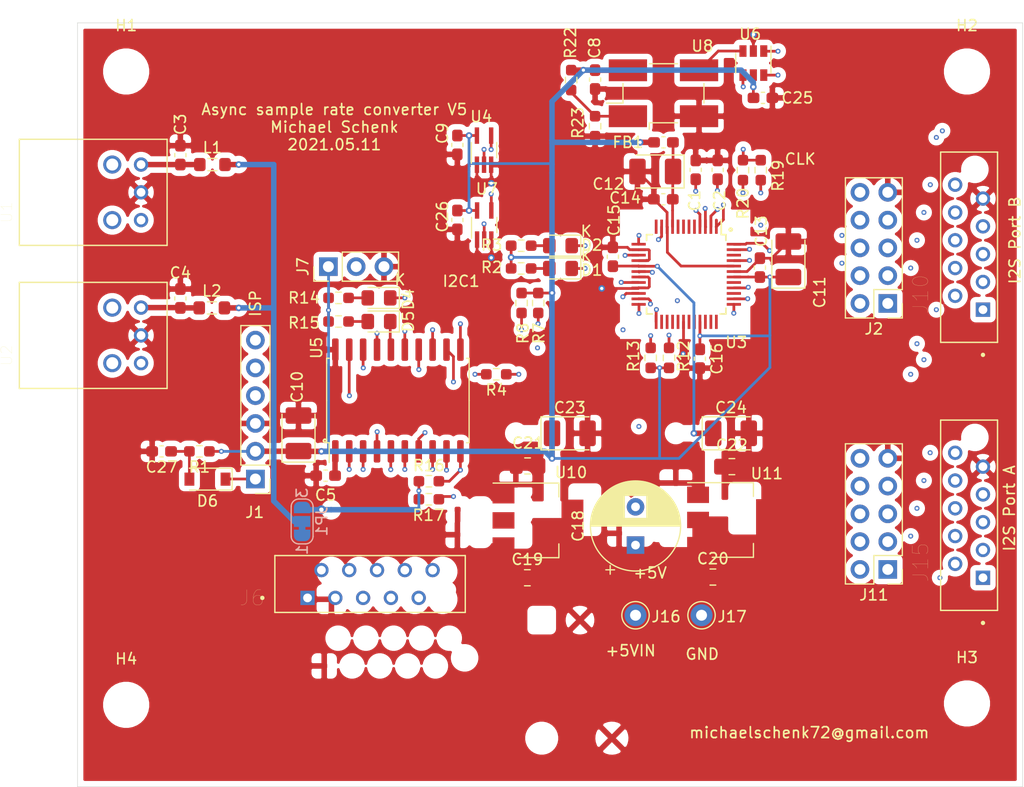
<source format=kicad_pcb>
(kicad_pcb (version 20171130) (host pcbnew 5.1.10-88a1d61d58~88~ubuntu16.04.1)
  (layers (0 F.Cu mixed) (1 In1.Cu signal) (2 In2.Cu signal) (31 B.Cu mixed) (34 B.Paste user) (35 F.Paste user) (36 B.SilkS user) (37 F.SilkS user) (38 B.Mask user) (39 F.Mask user) (44 Edge.Cuts user))
  (net 0 "")
  (net 1 "Net-(C1-Pad2)")
  (net 2 GND)
  (net 3 +3V3)
  (net 4 "Net-(D1-Pad2)")
  (net 5 "Net-(D1-Pad1)")
  (net 6 "Net-(D2-Pad2)")
  (net 7 "Net-(D2-Pad1)")
  (net 8 "Net-(J1-Pad5)")
  (net 9 "Net-(J1-Pad4)")
  (net 10 SCL)
  (net 11 SDA)
  (net 12 +1V8)
  (net 13 "Net-(C2-Pad1)")
  (net 14 "Net-(R12-Pad1)")
  (net 15 "Net-(R13-Pad1)")
  (net 16 RESET)
  (net 17 BCKB)
  (net 18 LRCKB)
  (net 19 SDOUTB)
  (net 20 "Net-(R19-Pad1)")
  (net 21 "Net-(R22-Pad1)")
  (net 22 BCKA)
  (net 23 LRCKA)
  (net 24 SDOUTA)
  (net 25 MCLK1)
  (net 26 MCLK3)
  (net 27 "Net-(R20-Pad1)")
  (net 28 MCLK2)
  (net 29 "Net-(U6-Pad3)")
  (net 30 "Net-(C12-Pad1)")
  (net 31 RC4)
  (net 32 RC5)
  (net 33 "Net-(D4-Pad2)")
  (net 34 "Net-(D4-Pad1)")
  (net 35 "Net-(D5-Pad2)")
  (net 36 "Net-(D5-Pad1)")
  (net 37 RA4)
  (net 38 RA5)
  (net 39 RC6)
  (net 40 SDA2)
  (net 41 SCL2)
  (net 42 RC7)
  (net 43 "Net-(C3-Pad2)")
  (net 44 "Net-(C4-Pad2)")
  (net 45 +5V)
  (net 46 "Net-(JP1-Pad2)")
  (net 47 "Net-(J11-Pad2)")
  (net 48 "Net-(C27-Pad1)")
  (net 49 "Net-(D6-Pad1)")
  (net 50 SDO)
  (net 51 "Net-(J10-Pad2)")
  (net 52 "Net-(J7-Pad2)")
  (net 53 "Net-(R4-Pad2)")
  (net 54 "Net-(U1-Pad3)")
  (net 55 "Net-(U2-Pad3)")
  (net 56 "Net-(U3-Pad3)")
  (net 57 "Net-(U3-Pad1)")
  (module kicad-snk:PLR135-T10_PLT133-T10W (layer F.Cu) (at 112.395 85.725 90)
    (fp_text reference U2 (at -1.827255 -9.646905 90) (layer F.SilkS) (effects (font (size 1.001236 1.001236) (thickness 0.015))))
    (fp_text value PLR135-T10)
    (pad 1 thru_hole circle (at 2.54 2.63 90) (size 1.308 1.308) (drill 0.8) (layers *.Cu *.Mask) (net 44 "Net-(C4-Pad2)"))
    (pad 2 thru_hole circle (at 0 2.63 90) (size 1.308 1.308) (drill 0.8) (layers *.Cu *.Mask) (net 2 GND))
    (pad 3 thru_hole circle (at -2.54 2.63 90) (size 1.308 1.308) (drill 0.8) (layers *.Cu *.Mask) (net 55 "Net-(U2-Pad3)"))
    (pad NC2 thru_hole circle (at -2.54 0 90) (size 1.65 1.65) (drill 1.1) (layers *.Cu *.Mask))
    (pad NC1 thru_hole circle (at 2.54 0 90) (size 1.65 1.65) (drill 1.1) (layers *.Cu *.Mask))
  )
  (module kicad-snk:PLR135-T10_PLT133-T10W (layer F.Cu) (at 112.395 72.644 90)
    (fp_text reference U1 (at -1.827255 -9.646905 90) (layer F.SilkS) (effects (font (size 1.001236 1.001236) (thickness 0.015))))
    (fp_text value PLR135-T10)
    (pad 1 thru_hole circle (at 2.54 2.63 90) (size 1.308 1.308) (drill 0.8) (layers *.Cu *.Mask) (net 43 "Net-(C3-Pad2)"))
    (pad 2 thru_hole circle (at 0 2.63 90) (size 1.308 1.308) (drill 0.8) (layers *.Cu *.Mask) (net 2 GND))
    (pad 3 thru_hole circle (at -2.54 2.63 90) (size 1.308 1.308) (drill 0.8) (layers *.Cu *.Mask) (net 54 "Net-(U1-Pad3)"))
    (pad NC2 thru_hole circle (at -2.54 0 90) (size 1.65 1.65) (drill 1.1) (layers *.Cu *.Mask))
    (pad NC1 thru_hole circle (at 2.54 0 90) (size 1.65 1.65) (drill 1.1) (layers *.Cu *.Mask))
  )
  (module kicad-snk:TE_CONN_RCPT_10POS_0.1_TIN_PCB (layer F.Cu) (at 130.2385 109.728)
    (fp_text reference J6 (at -5.08 0) (layer F.SilkS) (effects (font (size 1.40137 1.40137) (thickness 0.015))))
    (fp_text value IN)
    (pad 1 thru_hole rect (at 0 0) (size 1.308 1.308) (drill 0.8) (layers *.Cu *.Mask) (net 2 GND))
    (pad 2 thru_hole circle (at 1.27 -2.54) (size 1.308 1.308) (drill 0.8) (layers *.Cu *.Mask) (net 3 +3V3))
    (pad 3 thru_hole circle (at 2.54 0) (size 1.308 1.308) (drill 0.8) (layers *.Cu *.Mask) (net 37 RA4))
    (pad 4 thru_hole circle (at 3.81 -2.54) (size 1.308 1.308) (drill 0.8) (layers *.Cu *.Mask) (net 38 RA5))
    (pad 5 thru_hole circle (at 5.08 0) (size 1.308 1.308) (drill 0.8) (layers *.Cu *.Mask) (net 31 RC4))
    (pad 6 thru_hole circle (at 6.35 -2.54) (size 1.308 1.308) (drill 0.8) (layers *.Cu *.Mask) (net 32 RC5))
    (pad 7 thru_hole circle (at 7.62 0) (size 1.308 1.308) (drill 0.8) (layers *.Cu *.Mask) (net 42 RC7))
    (pad 8 thru_hole circle (at 8.89 -2.54) (size 1.308 1.308) (drill 0.8) (layers *.Cu *.Mask) (net 39 RC6))
    (pad 9 thru_hole circle (at 10.16 0) (size 1.308 1.308) (drill 0.8) (layers *.Cu *.Mask) (net 40 SDA2))
    (pad 10 thru_hole circle (at 11.43 -2.54) (size 1.308 1.308) (drill 0.8) (layers *.Cu *.Mask) (net 41 SCL2))
    (pad None np_thru_hole circle (at 12.83 -0.74) (size 1.5 1.5) (drill 1.5) (layers *.Cu *.Mask))
  )
  (module Connector_PinHeader_2.54mm:PinHeader_2x05_P2.54mm_Vertical (layer F.Cu) (at 183.261 107.1245 180)
    (fp_text reference J11 (at 1.27 -2.33) (layer F.SilkS))
    (fp_text value Conn_01x10_Male)
    (pad 10 thru_hole oval (at 2.54 10.16 180) (size 1.7 1.7) (drill 1) (layers *.Cu *.Mask) (net 16 RESET))
    (pad 9 thru_hole oval (at 0 10.16 180) (size 1.7 1.7) (drill 1) (layers *.Cu *.Mask) (net 2 GND))
    (pad 8 thru_hole oval (at 2.54 7.62 180) (size 1.7 1.7) (drill 1) (layers *.Cu *.Mask) (net 10 SCL))
    (pad 7 thru_hole oval (at 0 7.62 180) (size 1.7 1.7) (drill 1) (layers *.Cu *.Mask) (net 24 SDOUTA))
    (pad 6 thru_hole oval (at 2.54 5.08 180) (size 1.7 1.7) (drill 1) (layers *.Cu *.Mask) (net 11 SDA))
    (pad 5 thru_hole oval (at 0 5.08 180) (size 1.7 1.7) (drill 1) (layers *.Cu *.Mask) (net 23 LRCKA))
    (pad 4 thru_hole oval (at 2.54 2.54 180) (size 1.7 1.7) (drill 1) (layers *.Cu *.Mask) (net 50 SDO))
    (pad 3 thru_hole oval (at 0 2.54 180) (size 1.7 1.7) (drill 1) (layers *.Cu *.Mask) (net 22 BCKA))
    (pad 2 thru_hole oval (at 2.54 0 180) (size 1.7 1.7) (drill 1) (layers *.Cu *.Mask) (net 47 "Net-(J11-Pad2)"))
    (pad 1 thru_hole rect (at 0 0 180) (size 1.7 1.7) (drill 1) (layers *.Cu *.Mask) (net 28 MCLK2))
  )
  (module kicad-snk:TE_CONN_RCPT_10POS_0.1_TIN_PCB (layer F.Cu) (at 191.9605 107.8865 90)
    (fp_text reference J15 (at 1.40487 -5.69557 90) (layer F.SilkS) (effects (font (size 1.40137 1.40137) (thickness 0.015))))
    (fp_text value A)
    (pad 1 thru_hole rect (at 0 0 90) (size 1.308 1.308) (drill 0.8) (layers *.Cu *.Mask) (net 28 MCLK2))
    (pad 2 thru_hole circle (at 1.27 -2.54 90) (size 1.308 1.308) (drill 0.8) (layers *.Cu *.Mask) (net 47 "Net-(J11-Pad2)"))
    (pad 3 thru_hole circle (at 2.54 0 90) (size 1.308 1.308) (drill 0.8) (layers *.Cu *.Mask) (net 22 BCKA))
    (pad 4 thru_hole circle (at 3.81 -2.54 90) (size 1.308 1.308) (drill 0.8) (layers *.Cu *.Mask) (net 50 SDO))
    (pad 5 thru_hole circle (at 5.08 0 90) (size 1.308 1.308) (drill 0.8) (layers *.Cu *.Mask) (net 23 LRCKA))
    (pad 6 thru_hole circle (at 6.35 -2.54 90) (size 1.308 1.308) (drill 0.8) (layers *.Cu *.Mask) (net 11 SDA))
    (pad 7 thru_hole circle (at 7.62 0 90) (size 1.308 1.308) (drill 0.8) (layers *.Cu *.Mask) (net 24 SDOUTA))
    (pad 8 thru_hole circle (at 8.89 -2.54 90) (size 1.308 1.308) (drill 0.8) (layers *.Cu *.Mask) (net 10 SCL))
    (pad 9 thru_hole circle (at 10.16 0 90) (size 1.308 1.308) (drill 0.8) (layers *.Cu *.Mask) (net 2 GND))
    (pad 10 thru_hole circle (at 11.43 -2.54 90) (size 1.308 1.308) (drill 0.8) (layers *.Cu *.Mask) (net 16 RESET))
    (pad None np_thru_hole circle (at 12.83 -0.74 90) (size 1.5 1.5) (drill 1.5) (layers *.Cu *.Mask))
  )
  (module kicad-snk:TE_CONN_RCPT_10POS_0.1_TIN_PCB (layer F.Cu) (at 191.9605 83.3755 90)
    (fp_text reference J10 (at 1.40487 -5.69557 90) (layer F.SilkS) (effects (font (size 1.40137 1.40137) (thickness 0.015))))
    (fp_text value B)
    (pad 1 thru_hole rect (at 0 0 90) (size 1.308 1.308) (drill 0.8) (layers *.Cu *.Mask) (net 26 MCLK3))
    (pad 2 thru_hole circle (at 1.27 -2.54 90) (size 1.308 1.308) (drill 0.8) (layers *.Cu *.Mask) (net 51 "Net-(J10-Pad2)"))
    (pad 3 thru_hole circle (at 2.54 0 90) (size 1.308 1.308) (drill 0.8) (layers *.Cu *.Mask) (net 17 BCKB))
    (pad 4 thru_hole circle (at 3.81 -2.54 90) (size 1.308 1.308) (drill 0.8) (layers *.Cu *.Mask) (net 50 SDO))
    (pad 5 thru_hole circle (at 5.08 0 90) (size 1.308 1.308) (drill 0.8) (layers *.Cu *.Mask) (net 18 LRCKB))
    (pad 6 thru_hole circle (at 6.35 -2.54 90) (size 1.308 1.308) (drill 0.8) (layers *.Cu *.Mask) (net 11 SDA))
    (pad 7 thru_hole circle (at 7.62 0 90) (size 1.308 1.308) (drill 0.8) (layers *.Cu *.Mask) (net 19 SDOUTB))
    (pad 8 thru_hole circle (at 8.89 -2.54 90) (size 1.308 1.308) (drill 0.8) (layers *.Cu *.Mask) (net 10 SCL))
    (pad 9 thru_hole circle (at 10.16 0 90) (size 1.308 1.308) (drill 0.8) (layers *.Cu *.Mask) (net 2 GND))
    (pad 10 thru_hole circle (at 11.43 -2.54 90) (size 1.308 1.308) (drill 0.8) (layers *.Cu *.Mask) (net 16 RESET))
    (pad None np_thru_hole circle (at 12.83 -0.74 90) (size 1.5 1.5) (drill 1.5) (layers *.Cu *.Mask))
  )
  (module Connector_PinHeader_2.54mm:PinHeader_2x05_P2.54mm_Vertical (layer F.Cu) (at 183.261 82.804 180)
    (fp_text reference J2 (at 1.27 -2.33) (layer F.SilkS))
    (fp_text value Conn_01x10_Male)
    (pad 10 thru_hole oval (at 2.54 10.16 180) (size 1.7 1.7) (drill 1) (layers *.Cu *.Mask) (net 16 RESET))
    (pad 9 thru_hole oval (at 0 10.16 180) (size 1.7 1.7) (drill 1) (layers *.Cu *.Mask) (net 2 GND))
    (pad 8 thru_hole oval (at 2.54 7.62 180) (size 1.7 1.7) (drill 1) (layers *.Cu *.Mask) (net 10 SCL))
    (pad 7 thru_hole oval (at 0 7.62 180) (size 1.7 1.7) (drill 1) (layers *.Cu *.Mask) (net 19 SDOUTB))
    (pad 6 thru_hole oval (at 2.54 5.08 180) (size 1.7 1.7) (drill 1) (layers *.Cu *.Mask) (net 11 SDA))
    (pad 5 thru_hole oval (at 0 5.08 180) (size 1.7 1.7) (drill 1) (layers *.Cu *.Mask) (net 18 LRCKB))
    (pad 4 thru_hole oval (at 2.54 2.54 180) (size 1.7 1.7) (drill 1) (layers *.Cu *.Mask) (net 50 SDO))
    (pad 3 thru_hole oval (at 0 2.54 180) (size 1.7 1.7) (drill 1) (layers *.Cu *.Mask) (net 17 BCKB))
    (pad 2 thru_hole oval (at 2.54 0 180) (size 1.7 1.7) (drill 1) (layers *.Cu *.Mask) (net 51 "Net-(J10-Pad2)"))
    (pad 1 thru_hole rect (at 0 0 180) (size 1.7 1.7) (drill 1) (layers *.Cu *.Mask) (net 26 MCLK3))
  )
  (module Resistor_SMD:R_0603_1608Metric_Pad0.98x0.95mm_HandSolder (layer F.Cu) (at 147.487 89.281 180)
    (fp_text reference R4 (at 0 -1.43) (layer F.SilkS))
    (fp_text value 0R)
    (pad 2 smd roundrect (at 0.9125 0 180) (size 0.975 0.95) (layers F.Cu F.Paste F.Mask) (net 53 "Net-(R4-Pad2)"))
    (pad 1 smd roundrect (at -0.9125 0 180) (size 0.975 0.95) (layers F.Cu F.Paste F.Mask) (net 50 SDO))
  )
  (module Resistor_SMD:R_0603_1608Metric_Pad0.98x0.95mm_HandSolder (layer F.Cu) (at 120.356 96.3295 180)
    (fp_text reference R1 (at 0 -1.43) (layer F.SilkS))
    (fp_text value 4k99)
    (pad 2 smd roundrect (at 0.9125 0 180) (size 0.975 0.95) (layers F.Cu F.Paste F.Mask) (net 48 "Net-(C27-Pad1)"))
    (pad 1 smd roundrect (at -0.9125 0 180) (size 0.975 0.95) (layers F.Cu F.Paste F.Mask) (net 3 +3V3))
  )
  (module Connector_PinHeader_2.54mm:PinHeader_1x03_P2.54mm_Vertical (layer F.Cu) (at 132.1435 79.4385 90)
    (fp_text reference J7 (at 0 -2.33 90) (layer F.SilkS))
    (fp_text value SEL)
    (pad 3 thru_hole oval (at 0 5.08 90) (size 1.7 1.7) (drill 1) (layers *.Cu *.Mask) (net 2 GND))
    (pad 2 thru_hole oval (at 0 2.54 90) (size 1.7 1.7) (drill 1) (layers *.Cu *.Mask) (net 52 "Net-(J7-Pad2)"))
    (pad 1 thru_hole rect (at 0 0 90) (size 1.7 1.7) (drill 1) (layers *.Cu *.Mask) (net 3 +3V3))
  )
  (module Diode_SMD:D_SOD-123 (layer F.Cu) (at 121.0945 98.8695 180)
    (fp_text reference D6 (at 0 -2) (layer F.SilkS))
    (fp_text value 1N4148W)
    (pad 2 smd rect (at 1.65 0 180) (size 0.9 1.2) (layers F.Cu F.Paste F.Mask) (net 48 "Net-(C27-Pad1)"))
    (pad 1 smd rect (at -1.65 0 180) (size 0.9 1.2) (layers F.Cu F.Paste F.Mask) (net 49 "Net-(D6-Pad1)"))
  )
  (module Capacitor_SMD:C_0603_1608Metric_Pad1.08x0.95mm_HandSolder (layer F.Cu) (at 116.9035 96.3295 180)
    (fp_text reference C27 (at 0 -1.43) (layer F.SilkS))
    (fp_text value 10nF)
    (pad 2 smd roundrect (at 0.8625 0 180) (size 1.075 0.95) (layers F.Cu F.Paste F.Mask) (net 2 GND))
    (pad 1 smd roundrect (at -0.8625 0 180) (size 1.075 0.95) (layers F.Cu F.Paste F.Mask) (net 48 "Net-(C27-Pad1)"))
  )
  (module Jumper:SolderJumper-3_P1.3mm_Bridged12_RoundedPad1.0x1.5mm_NumberLabels (layer B.Cu) (at 129.7432 102.7384 90)
    (fp_text reference JP1 (at 0 1.8 90) (layer B.SilkS) (effects (justify mirror)))
    (fp_text value SolderJumper_3_Bridged12)
    (fp_poly (pts (xy -0.9 0.3) (xy -0.4 0.3) (xy -0.4 -0.3) (xy -0.9 -0.3)) (layer B.Cu) (width 0))
    (fp_text user 1 (at -2.6 0 90) (layer B.SilkS) (effects (justify mirror)))
    (fp_text user 3 (at 2.6 0 90) (layer B.SilkS) (effects (justify mirror)))
    (pad 1 smd custom (at -1.3 0 90) (size 1 0.5) (layers B.Cu B.Mask) (net 45 +5V) (options (clearance outline) (anchor rect)) (primitives (gr_poly (pts (xy 0.55 0.75) (xy 0 0.75) (xy 0 -0.75) (xy 0.55 -0.75)) (width 0)) (gr_circle (center 0 -0.25) (end 0.5 -0.25) (width 0)) (gr_circle (center 0 0.25) (end 0.5 0.25) (width 0))))
    (pad 2 smd rect (at 0 0 90) (size 1 1.5) (layers B.Cu B.Mask) (net 46 "Net-(JP1-Pad2)"))
    (pad 3 smd custom (at 1.3 0 90) (size 1 0.5) (layers B.Cu B.Mask) (net 3 +3V3) (options (clearance outline) (anchor rect)) (primitives (gr_circle (center 0 -0.25) (end 0.5 -0.25) (width 0)) (gr_circle (center 0 0.25) (end 0.5 0.25) (width 0)) (gr_poly (pts (xy -0.55 0.75) (xy 0 0.75) (xy 0 -0.75) (xy -0.55 -0.75)) (width 0))))
  )
  (module Inductor_SMD:L_0805_2012Metric_Pad1.05x1.20mm_HandSolder (layer F.Cu) (at 121.4952 83.2104)
    (fp_text reference L2 (at 0 -1.55) (layer F.SilkS))
    (fp_text value 47uH)
    (pad 2 smd roundrect (at 1.15 0) (size 1.05 1.2) (layers F.Cu F.Paste F.Mask) (roundrect_rratio 0.238095) (net 46 "Net-(JP1-Pad2)"))
    (pad 1 smd roundrect (at -1.15 0) (size 1.05 1.2) (layers F.Cu F.Paste F.Mask) (roundrect_rratio 0.238095) (net 44 "Net-(C4-Pad2)"))
  )
  (module Inductor_SMD:L_0805_2012Metric_Pad1.05x1.20mm_HandSolder (layer F.Cu) (at 121.546 70.104)
    (fp_text reference L1 (at 0 -1.55) (layer F.SilkS))
    (fp_text value 47uH)
    (pad 2 smd roundrect (at 1.15 0) (size 1.05 1.2) (layers F.Cu F.Paste F.Mask) (roundrect_rratio 0.238095) (net 46 "Net-(JP1-Pad2)"))
    (pad 1 smd roundrect (at -1.15 0) (size 1.05 1.2) (layers F.Cu F.Paste F.Mask) (roundrect_rratio 0.238095) (net 43 "Net-(C3-Pad2)"))
  )
  (module Resistor_SMD:R_0603_1608Metric_Pad0.98x0.95mm_HandSolder (layer F.Cu) (at 141.3275 100.711)
    (fp_text reference R17 (at -0.04 1.4605) (layer F.SilkS))
    (fp_text value 4K99)
    (pad 2 smd roundrect (at 0.9125 0) (size 0.975 0.95) (layers F.Cu F.Paste F.Mask) (net 41 SCL2))
    (pad 1 smd roundrect (at -0.9125 0) (size 0.975 0.95) (layers F.Cu F.Paste F.Mask) (net 3 +3V3))
  )
  (module Resistor_SMD:R_0603_1608Metric_Pad0.98x0.95mm_HandSolder (layer F.Cu) (at 141.3275 99.06)
    (fp_text reference R16 (at 0 -1.43) (layer F.SilkS))
    (fp_text value 4K99)
    (pad 2 smd roundrect (at 0.9125 0) (size 0.975 0.95) (layers F.Cu F.Paste F.Mask) (net 40 SDA2))
    (pad 1 smd roundrect (at -0.9125 0) (size 0.975 0.95) (layers F.Cu F.Paste F.Mask) (net 3 +3V3))
  )
  (module Resistor_SMD:R_0603_1608Metric_Pad0.98x0.95mm_HandSolder (layer F.Cu) (at 133.0725 84.455)
    (fp_text reference R15 (at -3.1515 0.127) (layer F.SilkS))
    (fp_text value 330R)
    (pad 2 smd roundrect (at 0.9125 0) (size 0.975 0.95) (layers F.Cu F.Paste F.Mask) (net 35 "Net-(D5-Pad2)"))
    (pad 1 smd roundrect (at -0.9125 0) (size 0.975 0.95) (layers F.Cu F.Paste F.Mask) (net 3 +3V3))
  )
  (module Resistor_SMD:R_0603_1608Metric_Pad0.98x0.95mm_HandSolder (layer F.Cu) (at 133.0725 82.296)
    (fp_text reference R14 (at -3.1515 0) (layer F.SilkS))
    (fp_text value 330R)
    (pad 2 smd roundrect (at 0.9125 0) (size 0.975 0.95) (layers F.Cu F.Paste F.Mask) (net 33 "Net-(D4-Pad2)"))
    (pad 1 smd roundrect (at -0.9125 0) (size 0.975 0.95) (layers F.Cu F.Paste F.Mask) (net 3 +3V3))
  )
  (module LED_SMD:LED_0805_2012Metric_Pad1.15x1.40mm_HandSolder (layer F.Cu) (at 136.77 84.455 180)
    (fp_text reference D5 (at -2.676 0 90) (layer F.SilkS))
    (fp_text value LED)
    (pad 2 smd roundrect (at 1.025 0 180) (size 1.15 1.4) (layers F.Cu F.Paste F.Mask) (roundrect_rratio 0.2173904347826087) (net 35 "Net-(D5-Pad2)"))
    (pad 1 smd roundrect (at -1.025 0 180) (size 1.15 1.4) (layers F.Cu F.Paste F.Mask) (roundrect_rratio 0.2173904347826087) (net 36 "Net-(D5-Pad1)"))
  )
  (module LED_SMD:LED_0805_2012Metric_Pad1.15x1.40mm_HandSolder (layer F.Cu) (at 136.77 82.296 180)
    (fp_text reference D4 (at -2.676 -0.127 90) (layer F.SilkS))
    (fp_text value LED)
    (pad 2 smd roundrect (at 1.025 0 180) (size 1.15 1.4) (layers F.Cu F.Paste F.Mask) (roundrect_rratio 0.2173904347826087) (net 33 "Net-(D4-Pad2)"))
    (pad 1 smd roundrect (at -1.025 0 180) (size 1.15 1.4) (layers F.Cu F.Paste F.Mask) (roundrect_rratio 0.2173904347826087) (net 34 "Net-(D4-Pad1)"))
  )
  (module Capacitor_SMD:C_0603_1608Metric_Pad1.08x0.95mm_HandSolder (layer F.Cu) (at 162.7643 68.072)
    (fp_text reference FB1 (at -3.2523 0) (layer F.SilkS))
    (fp_text value Ferrite_Bead_Small)
    (pad 2 smd roundrect (at 0.8625 0) (size 1.075 0.95) (layers F.Cu F.Paste F.Mask) (net 30 "Net-(C12-Pad1)"))
    (pad 1 smd roundrect (at -0.8625 0) (size 1.075 0.95) (layers F.Cu F.Paste F.Mask) (net 3 +3V3))
  )
  (module Package_TO_SOT_SMD:SOT-353_SC-70-5_Handsoldering (layer F.Cu) (at 146.3825 75.632 90)
    (fp_text reference U7 (at 3.3055 0.239 180) (layer F.SilkS))
    (fp_text value 74LVC1G125)
    (pad 5 smd rect (at 1.33 -0.65 90) (size 1.5 0.4) (layers F.Cu F.Paste F.Mask) (net 3 +3V3))
    (pad 4 smd rect (at 1.33 0.65 90) (size 1.5 0.4) (layers F.Cu F.Paste F.Mask) (net 56 "Net-(U3-Pad3)"))
    (pad 3 smd rect (at -1.33 0.65 90) (size 1.5 0.4) (layers F.Cu F.Paste F.Mask) (net 2 GND))
    (pad 2 smd rect (at -1.33 0 90) (size 1.5 0.4) (layers F.Cu F.Paste F.Mask) (net 55 "Net-(U2-Pad3)"))
    (pad 1 smd rect (at -1.33 -0.65 90) (size 1.5 0.4) (layers F.Cu F.Paste F.Mask) (net 2 GND))
  )
  (module Package_TO_SOT_SMD:SOT-353_SC-70-5_Handsoldering (layer F.Cu) (at 146.3675 68.7867 90)
    (fp_text reference U4 (at 3.0642 -0.254 180) (layer F.SilkS))
    (fp_text value 74LVC1G125)
    (pad 5 smd rect (at 1.33 -0.65 90) (size 1.5 0.4) (layers F.Cu F.Paste F.Mask) (net 3 +3V3))
    (pad 4 smd rect (at 1.33 0.65 90) (size 1.5 0.4) (layers F.Cu F.Paste F.Mask) (net 57 "Net-(U3-Pad1)"))
    (pad 3 smd rect (at -1.33 0.65 90) (size 1.5 0.4) (layers F.Cu F.Paste F.Mask) (net 2 GND))
    (pad 2 smd rect (at -1.33 0 90) (size 1.5 0.4) (layers F.Cu F.Paste F.Mask) (net 54 "Net-(U1-Pad3)"))
    (pad 1 smd rect (at -1.33 -0.65 90) (size 1.5 0.4) (layers F.Cu F.Paste F.Mask) (net 2 GND))
  )
  (module Capacitor_SMD:C_0603_1608Metric_Pad1.08x0.95mm_HandSolder (layer F.Cu) (at 143.9291 75.1702 270)
    (fp_text reference C26 (at -0.3037 1.3716 90) (layer F.SilkS))
    (fp_text value 100nF)
    (pad 2 smd roundrect (at 0.8625 0 270) (size 1.075 0.95) (layers F.Cu F.Paste F.Mask) (net 2 GND))
    (pad 1 smd roundrect (at -0.8625 0 270) (size 1.075 0.95) (layers F.Cu F.Paste F.Mask) (net 3 +3V3))
  )
  (module Capacitor_SMD:C_0603_1608Metric_Pad1.08x0.95mm_HandSolder (layer F.Cu) (at 143.9291 68.3122 270)
    (fp_text reference C9 (at -1.0657 1.3716 90) (layer F.SilkS))
    (fp_text value 100nF)
    (pad 2 smd roundrect (at 0.8625 0 270) (size 1.075 0.95) (layers F.Cu F.Paste F.Mask) (net 2 GND))
    (pad 1 smd roundrect (at -0.8625 0 270) (size 1.075 0.95) (layers F.Cu F.Paste F.Mask) (net 3 +3V3))
  )
  (module Package_TO_SOT_SMD:SOT-23-6 (layer F.Cu) (at 170.9776 60.8252 270)
    (fp_text reference U6 (at -2.6592 0.2896 180) (layer F.SilkS))
    (fp_text value PL133-37TI-R)
    (pad 5 smd rect (at 1.1 0 270) (size 1.06 0.65) (layers F.Cu F.Paste F.Mask) (net 3 +3V3))
    (pad 6 smd rect (at 1.1 -0.95 270) (size 1.06 0.65) (layers F.Cu F.Paste F.Mask) (net 26 MCLK3))
    (pad 4 smd rect (at 1.1 0.95 270) (size 1.06 0.65) (layers F.Cu F.Paste F.Mask) (net 25 MCLK1))
    (pad 3 smd rect (at -1.1 0.95 270) (size 1.06 0.65) (layers F.Cu F.Paste F.Mask) (net 29 "Net-(U6-Pad3)"))
    (pad 2 smd rect (at -1.1 0 270) (size 1.06 0.65) (layers F.Cu F.Paste F.Mask) (net 2 GND))
    (pad 1 smd rect (at -1.1 -0.95 270) (size 1.06 0.65) (layers F.Cu F.Paste F.Mask) (net 28 MCLK2))
  )
  (module Capacitor_SMD:C_0603_1608Metric_Pad1.08x0.95mm_HandSolder (layer F.Cu) (at 171.8553 64.008 180)
    (fp_text reference C25 (at -3.1507 0) (layer F.SilkS))
    (fp_text value 100nF)
    (pad 2 smd roundrect (at 0.8625 0 180) (size 1.075 0.95) (layers F.Cu F.Paste F.Mask) (net 3 +3V3))
    (pad 1 smd roundrect (at -0.8625 0 180) (size 1.075 0.95) (layers F.Cu F.Paste F.Mask) (net 2 GND))
  )
  (module Resistor_SMD:R_0603_1608Metric_Pad0.98x0.95mm_HandSolder (layer F.Cu) (at 156.5148 66.5969 90)
    (fp_text reference R23 (at 0.3029 -1.5748 90) (layer F.SilkS))
    (fp_text value NC)
    (pad 2 smd roundrect (at 0.9125 0 90) (size 0.975 0.95) (layers F.Cu F.Paste F.Mask) (net 21 "Net-(R22-Pad1)"))
    (pad 1 smd roundrect (at -0.9125 0 90) (size 0.975 0.95) (layers F.Cu F.Paste F.Mask) (net 2 GND))
  )
  (module Resistor_SMD:R_0603_1608Metric_Pad0.98x0.95mm_HandSolder (layer F.Cu) (at 154.3304 62.3805 90)
    (fp_text reference R22 (at 3.4055 -0.0635 90) (layer F.SilkS))
    (fp_text value 4K99)
    (pad 2 smd roundrect (at 0.9125 0 90) (size 0.975 0.95) (layers F.Cu F.Paste F.Mask) (net 3 +3V3))
    (pad 1 smd roundrect (at -0.9125 0 90) (size 0.975 0.95) (layers F.Cu F.Paste F.Mask) (net 21 "Net-(R22-Pad1)"))
  )
  (module Resistor_SMD:R_0603_1608Metric_Pad0.98x0.95mm_HandSolder (layer F.Cu) (at 170.0276 70.6139 90)
    (fp_text reference R20 (at -3.0461 0 90) (layer F.SilkS))
    (fp_text value 0R)
    (pad 2 smd roundrect (at 0.9125 0 90) (size 0.975 0.95) (layers F.Cu F.Paste F.Mask) (net 25 MCLK1))
    (pad 1 smd roundrect (at -0.9125 0 90) (size 0.975 0.95) (layers F.Cu F.Paste F.Mask) (net 27 "Net-(R20-Pad1)"))
  )
  (module Resistor_SMD:R_0603_1608Metric_Pad0.98x0.95mm_HandSolder (layer F.Cu) (at 171.6532 70.6139 90)
    (fp_text reference R19 (at -0.5061 1.5748 90) (layer F.SilkS))
    (fp_text value NC)
    (pad 2 smd roundrect (at 0.9125 0 90) (size 0.975 0.95) (layers F.Cu F.Paste F.Mask) (net 25 MCLK1))
    (pad 1 smd roundrect (at -0.9125 0 90) (size 0.975 0.95) (layers F.Cu F.Paste F.Mask) (net 20 "Net-(R19-Pad1)"))
  )
  (module Resistor_SMD:R_0603_1608Metric_Pad0.98x0.95mm_HandSolder (layer F.Cu) (at 161.5948 87.7805 270)
    (fp_text reference R13 (at -0.1505 1.5748 90) (layer F.SilkS))
    (fp_text value 4k99)
    (pad 2 smd roundrect (at 0.9125 0 270) (size 0.975 0.95) (layers F.Cu F.Paste F.Mask) (net 3 +3V3))
    (pad 1 smd roundrect (at -0.9125 0 270) (size 0.975 0.95) (layers F.Cu F.Paste F.Mask) (net 15 "Net-(R13-Pad1)"))
  )
  (module Resistor_SMD:R_0603_1608Metric_Pad0.98x0.95mm_HandSolder (layer F.Cu) (at 163.2712 87.7805 270)
    (fp_text reference R12 (at -0.1505 -1.3208 90) (layer F.SilkS))
    (fp_text value 1k)
    (pad 2 smd roundrect (at 0.9125 0 270) (size 0.975 0.95) (layers F.Cu F.Paste F.Mask) (net 3 +3V3))
    (pad 1 smd roundrect (at -0.9125 0 270) (size 0.975 0.95) (layers F.Cu F.Paste F.Mask) (net 14 "Net-(R12-Pad1)"))
  )
  (module Resistor_SMD:R_0603_1608Metric_Pad0.98x0.95mm_HandSolder (layer F.Cu) (at 149.7603 77.5208)
    (fp_text reference R3 (at -2.6943 -0.0508) (layer F.SilkS))
    (fp_text value 330R)
    (pad 2 smd roundrect (at 0.9125 0) (size 0.975 0.95) (layers F.Cu F.Paste F.Mask) (net 6 "Net-(D2-Pad2)"))
    (pad 1 smd roundrect (at -0.9125 0) (size 0.975 0.95) (layers F.Cu F.Paste F.Mask) (net 3 +3V3))
  )
  (module Resistor_SMD:R_0603_1608Metric_Pad0.98x0.95mm_HandSolder (layer F.Cu) (at 149.7565 79.6036)
    (fp_text reference R2 (at -2.6905 -0.1016) (layer F.SilkS))
    (fp_text value 330R)
    (pad 2 smd roundrect (at 0.9125 0) (size 0.975 0.95) (layers F.Cu F.Paste F.Mask) (net 4 "Net-(D1-Pad2)"))
    (pad 1 smd roundrect (at -0.9125 0) (size 0.975 0.95) (layers F.Cu F.Paste F.Mask) (net 3 +3V3))
  )
  (module Connector_Pin:Pin_D1.0mm_L10.0mm (layer F.Cu) (at 166.243 111.3155)
    (fp_text reference J17 (at 2.794 0.127) (layer F.SilkS))
    (fp_text value GND)
    (pad 1 thru_hole circle (at 0 0) (size 2 2) (drill 1) (layers *.Cu *.Mask) (net 2 GND))
  )
  (module Connector_Pin:Pin_D1.0mm_L10.0mm (layer F.Cu) (at 160.2105 111.3155)
    (fp_text reference J16 (at 2.794 0.127) (layer F.SilkS))
    (fp_text value +5VIN)
    (pad 1 thru_hole circle (at 0 0) (size 2 2) (drill 1) (layers *.Cu *.Mask) (net 45 +5V))
  )
  (module Resistor_SMD:R_0603_1608Metric_Pad0.98x0.95mm_HandSolder (layer F.Cu) (at 149.7965 82.764 270)
    (fp_text reference R8 (at 2.7705 -0.127 90) (layer F.SilkS))
    (fp_text value 4K99)
    (pad 2 smd roundrect (at 0.9125 0 270) (size 0.975 0.95) (layers F.Cu F.Paste F.Mask) (net 11 SDA))
    (pad 1 smd roundrect (at -0.9125 0 270) (size 0.975 0.95) (layers F.Cu F.Paste F.Mask) (net 3 +3V3))
  )
  (module Resistor_SMD:R_0603_1608Metric_Pad0.98x0.95mm_HandSolder (layer F.Cu) (at 151.3205 82.764 270)
    (fp_text reference R7 (at 2.7705 -0.0635 90) (layer F.SilkS))
    (fp_text value 4K99)
    (pad 2 smd roundrect (at 0.9125 0 270) (size 0.975 0.95) (layers F.Cu F.Paste F.Mask) (net 10 SCL))
    (pad 1 smd roundrect (at -0.9125 0 270) (size 0.975 0.95) (layers F.Cu F.Paste F.Mask) (net 3 +3V3))
  )
  (module Capacitor_SMD:C_0603_1608Metric_Pad1.08x0.95mm_HandSolder (layer F.Cu) (at 166.0906 87.8575 90)
    (fp_text reference C16 (at 0 1.5494 90) (layer F.SilkS))
    (fp_text value 100nF)
    (pad 2 smd roundrect (at 0.8625 0 90) (size 1.075 0.95) (layers F.Cu F.Paste F.Mask) (net 3 +3V3))
    (pad 1 smd roundrect (at -0.8625 0 90) (size 1.075 0.95) (layers F.Cu F.Paste F.Mask) (net 2 GND))
  )
  (module Capacitor_SMD:C_0603_1608Metric_Pad1.08x0.95mm_HandSolder (layer F.Cu) (at 158.1404 78.5357 270)
    (fp_text reference C15 (at -3.3517 -0.1016 90) (layer F.SilkS))
    (fp_text value 100nF)
    (pad 2 smd roundrect (at 0.8625 0 270) (size 1.075 0.95) (layers F.Cu F.Paste F.Mask) (net 12 +1V8))
    (pad 1 smd roundrect (at -0.8625 0 270) (size 1.075 0.95) (layers F.Cu F.Paste F.Mask) (net 2 GND))
  )
  (module Capacitor_SMD:C_0603_1608Metric_Pad1.08x0.95mm_HandSolder (layer F.Cu) (at 162.7505 73.279)
    (fp_text reference C14 (at -3.4925 -0.127) (layer F.SilkS))
    (fp_text value 100nF)
    (pad 2 smd roundrect (at 0.8625 0) (size 1.075 0.95) (layers F.Cu F.Paste F.Mask) (net 30 "Net-(C12-Pad1)"))
    (pad 1 smd roundrect (at -0.8625 0) (size 1.075 0.95) (layers F.Cu F.Paste F.Mask) (net 2 GND))
  )
  (module Capacitor_SMD:C_0603_1608Metric_Pad1.08x0.95mm_HandSolder (layer F.Cu) (at 171.577 79.5285 270)
    (fp_text reference C13 (at -3.3285 -0.127 90) (layer F.SilkS))
    (fp_text value 100nF)
    (pad 2 smd roundrect (at 0.8625 0 270) (size 1.075 0.95) (layers F.Cu F.Paste F.Mask) (net 3 +3V3))
    (pad 1 smd roundrect (at -0.8625 0 270) (size 1.075 0.95) (layers F.Cu F.Paste F.Mask) (net 2 GND))
  )
  (module Capacitor_SMD:C_0603_1608Metric_Pad1.08x0.95mm_HandSolder (layer F.Cu) (at 156.5148 62.3327 270)
    (fp_text reference C8 (at -2.8967 0.0508 90) (layer F.SilkS))
    (fp_text value 100nF)
    (pad 2 smd roundrect (at 0.8625 0 270) (size 1.075 0.95) (layers F.Cu F.Paste F.Mask) (net 2 GND))
    (pad 1 smd roundrect (at -0.8625 0 270) (size 1.075 0.95) (layers F.Cu F.Paste F.Mask) (net 3 +3V3))
  )
  (module Capacitor_SMD:C_0603_1608Metric_Pad1.08x0.95mm_HandSolder (layer F.Cu) (at 131.8895 98.552)
    (fp_text reference C5 (at 0 1.778) (layer F.SilkS))
    (fp_text value 100nF)
    (pad 2 smd roundrect (at 0.8625 0) (size 1.075 0.95) (layers F.Cu F.Paste F.Mask) (net 3 +3V3))
    (pad 1 smd roundrect (at -0.8625 0) (size 1.075 0.95) (layers F.Cu F.Paste F.Mask) (net 2 GND))
  )
  (module Capacitor_SMD:C_0603_1608Metric_Pad1.08x0.95mm_HandSolder (layer F.Cu) (at 118.618 82.3479 270)
    (fp_text reference C4 (at -2.3379 0 180) (layer F.SilkS))
    (fp_text value 100nF)
    (pad 2 smd roundrect (at 0.8625 0 270) (size 1.075 0.95) (layers F.Cu F.Paste F.Mask) (net 44 "Net-(C4-Pad2)"))
    (pad 1 smd roundrect (at -0.8625 0 270) (size 1.075 0.95) (layers F.Cu F.Paste F.Mask) (net 2 GND))
  )
  (module Capacitor_SMD:C_0603_1608Metric_Pad1.08x0.95mm_HandSolder (layer F.Cu) (at 118.618 69.2415 270)
    (fp_text reference C3 (at -2.8205 0 90) (layer F.SilkS))
    (fp_text value 100nF)
    (pad 2 smd roundrect (at 0.8625 0 270) (size 1.075 0.95) (layers F.Cu F.Paste F.Mask) (net 43 "Net-(C3-Pad2)"))
    (pad 1 smd roundrect (at -0.8625 0 270) (size 1.075 0.95) (layers F.Cu F.Paste F.Mask) (net 2 GND))
  )
  (module Capacitor_SMD:C_0603_1608Metric_Pad1.08x0.95mm_HandSolder (layer F.Cu) (at 167.7162 70.5877 90)
    (fp_text reference C2 (at -2.8183 0.1778 90) (layer F.SilkS))
    (fp_text value 100nF)
    (pad 2 smd roundrect (at 0.8625 0 90) (size 1.075 0.95) (layers F.Cu F.Paste F.Mask) (net 2 GND))
    (pad 1 smd roundrect (at -0.8625 0 90) (size 1.075 0.95) (layers F.Cu F.Paste F.Mask) (net 13 "Net-(C2-Pad1)"))
  )
  (module Capacitor_SMD:C_0603_1608Metric_Pad1.08x0.95mm_HandSolder (layer F.Cu) (at 165.7096 70.5877 270)
    (fp_text reference C1 (at 2.8183 0.1016 90) (layer F.SilkS))
    (fp_text value 100nF)
    (pad 2 smd roundrect (at 0.8625 0 270) (size 1.075 0.95) (layers F.Cu F.Paste F.Mask) (net 1 "Net-(C1-Pad2)"))
    (pad 1 smd roundrect (at -0.8625 0 270) (size 1.075 0.95) (layers F.Cu F.Paste F.Mask) (net 2 GND))
  )
  (module Package_TO_SOT_SMD:SOT-223-3_TabPin2 (layer F.Cu) (at 169.0755 102.602)
    (fp_text reference U11 (at 3.1365 -4.2405) (layer F.SilkS))
    (fp_text value TLV1117-18)
    (pad 1 smd rect (at -3.15 -2.3) (size 2 1.5) (layers F.Cu F.Paste F.Mask) (net 2 GND))
    (pad 3 smd rect (at -3.15 2.3) (size 2 1.5) (layers F.Cu F.Paste F.Mask) (net 45 +5V))
    (pad 2 smd rect (at -3.15 0) (size 2 1.5) (layers F.Cu F.Paste F.Mask) (net 12 +1V8))
    (pad 2 smd rect (at 3.15 0) (size 2 3.8) (layers F.Cu F.Paste F.Mask) (net 12 +1V8))
  )
  (module Package_TO_SOT_SMD:SOT-223-3_TabPin2 (layer F.Cu) (at 151.2955 102.641)
    (fp_text reference U10 (at 3.023 -4.3815) (layer F.SilkS))
    (fp_text value TLV1117-33)
    (pad 1 smd rect (at -3.15 -2.3) (size 2 1.5) (layers F.Cu F.Paste F.Mask) (net 2 GND))
    (pad 3 smd rect (at -3.15 2.3) (size 2 1.5) (layers F.Cu F.Paste F.Mask) (net 45 +5V))
    (pad 2 smd rect (at -3.15 0) (size 2 1.5) (layers F.Cu F.Paste F.Mask) (net 3 +3V3))
    (pad 2 smd rect (at 3.15 0) (size 2 3.8) (layers F.Cu F.Paste F.Mask) (net 3 +3V3))
  )
  (module Oscillator:Oscillator_SMD_EuroQuartz_XO91-4Pin_7.0x5.0mm_HandSoldering (layer F.Cu) (at 162.7644 63.5844)
    (fp_text reference U8 (at 3.556 -4.318) (layer F.SilkS))
    (fp_text value ASDMB-xxxMHz)
    (pad 4 smd rect (at -3.25 -2.1) (size 3.5 2) (layers F.Cu F.Paste F.Mask) (net 3 +3V3))
    (pad 3 smd rect (at 3.25 -2.1) (size 3.5 2) (layers F.Cu F.Paste F.Mask) (net 29 "Net-(U6-Pad3)"))
    (pad 2 smd rect (at 3.25 2.1) (size 3.5 2) (layers F.Cu F.Paste F.Mask) (net 2 GND))
    (pad 1 smd rect (at -3.25 2.1) (size 3.5 2) (layers F.Cu F.Paste F.Mask) (net 21 "Net-(R22-Pad1)"))
  )
  (module Capacitor_Tantalum_SMD:CP_EIA-3528-21_Kemet-B_Pad1.50x2.35mm_HandSolder (layer F.Cu) (at 168.936 94.6785)
    (fp_text reference C24 (at 0 -2.35) (layer F.SilkS))
    (fp_text value 10uF)
    (pad 2 smd roundrect (at 1.625 0) (size 1.5 2.35) (layers F.Cu F.Paste F.Mask) (roundrect_rratio 0.1666666666666667) (net 2 GND))
    (pad 1 smd roundrect (at -1.625 0) (size 1.5 2.35) (layers F.Cu F.Paste F.Mask) (roundrect_rratio 0.1666666666666667) (net 12 +1V8))
  )
  (module Capacitor_Tantalum_SMD:CP_EIA-3528-21_Kemet-B_Pad1.50x2.35mm_HandSolder (layer F.Cu) (at 154.204 94.6785)
    (fp_text reference C23 (at 0 -2.35) (layer F.SilkS))
    (fp_text value 10uF)
    (pad 2 smd roundrect (at 1.625 0) (size 1.5 2.35) (layers F.Cu F.Paste F.Mask) (roundrect_rratio 0.1666666666666667) (net 2 GND))
    (pad 1 smd roundrect (at -1.625 0) (size 1.5 2.35) (layers F.Cu F.Paste F.Mask) (roundrect_rratio 0.1666666666666667) (net 3 +3V3))
  )
  (module Capacitor_SMD:C_0805_2012Metric_Pad1.18x1.45mm_HandSolder (layer F.Cu) (at 169.0155 97.7265 180)
    (fp_text reference C22 (at 0 1.9685) (layer F.SilkS))
    (fp_text value 100nF)
    (pad 2 smd roundrect (at 1.0375 0 180) (size 1.175 1.45) (layers F.Cu F.Paste F.Mask) (roundrect_rratio 0.2127659574468085) (net 2 GND))
    (pad 1 smd roundrect (at -1.0375 0 180) (size 1.175 1.45) (layers F.Cu F.Paste F.Mask) (roundrect_rratio 0.2127659574468085) (net 12 +1V8))
  )
  (module Capacitor_SMD:C_0805_2012Metric_Pad1.18x1.45mm_HandSolder (layer F.Cu) (at 150.3465 97.663 180)
    (fp_text reference C21 (at -0.042 2.0955) (layer F.SilkS))
    (fp_text value 100nF)
    (pad 2 smd roundrect (at 1.0375 0 180) (size 1.175 1.45) (layers F.Cu F.Paste F.Mask) (roundrect_rratio 0.2127659574468085) (net 2 GND))
    (pad 1 smd roundrect (at -1.0375 0 180) (size 1.175 1.45) (layers F.Cu F.Paste F.Mask) (roundrect_rratio 0.2127659574468085) (net 3 +3V3))
  )
  (module Capacitor_SMD:C_0805_2012Metric_Pad1.18x1.45mm_HandSolder (layer F.Cu) (at 167.2805 107.823)
    (fp_text reference C20 (at 0 -1.68) (layer F.SilkS))
    (fp_text value 330nF)
    (pad 2 smd roundrect (at 1.0375 0) (size 1.175 1.45) (layers F.Cu F.Paste F.Mask) (roundrect_rratio 0.2127659574468085) (net 2 GND))
    (pad 1 smd roundrect (at -1.0375 0) (size 1.175 1.45) (layers F.Cu F.Paste F.Mask) (roundrect_rratio 0.2127659574468085) (net 45 +5V))
  )
  (module Capacitor_SMD:C_0805_2012Metric_Pad1.18x1.45mm_HandSolder (layer F.Cu) (at 150.326 107.8865)
    (fp_text reference C19 (at 0 -1.68) (layer F.SilkS))
    (fp_text value 330nF)
    (pad 2 smd roundrect (at 1.0375 0) (size 1.175 1.45) (layers F.Cu F.Paste F.Mask) (roundrect_rratio 0.2127659574468085) (net 2 GND))
    (pad 1 smd roundrect (at -1.0375 0) (size 1.175 1.45) (layers F.Cu F.Paste F.Mask) (roundrect_rratio 0.2127659574468085) (net 45 +5V))
  )
  (module Capacitor_THT:CP_Radial_D8.0mm_P3.50mm (layer F.Cu) (at 160.2105 104.902 90)
    (fp_text reference C18 (at 1.75 -5.25 90) (layer F.SilkS))
    (fp_text value 100uF)
    (pad 2 thru_hole circle (at 3.5 0 90) (size 1.6 1.6) (drill 0.8) (layers *.Cu *.Mask) (net 2 GND))
    (pad 1 thru_hole rect (at 0 0 90) (size 1.6 1.6) (drill 0.8) (layers *.Cu *.Mask) (net 45 +5V))
  )
  (module Connector_PinHeader_2.54mm:PinHeader_1x06_P2.54mm_Vertical (layer F.Cu) (at 125.476 98.8568 180)
    (fp_text reference J1 (at 0.0635 -3.048) (layer F.SilkS))
    (fp_text value Conn_01x06_Male)
    (pad 6 thru_hole oval (at 0 12.7 180) (size 1.7 1.7) (drill 1) (layers *.Cu *.Mask))
    (pad 5 thru_hole oval (at 0 10.16 180) (size 1.7 1.7) (drill 1) (layers *.Cu *.Mask) (net 8 "Net-(J1-Pad5)"))
    (pad 4 thru_hole oval (at 0 7.62 180) (size 1.7 1.7) (drill 1) (layers *.Cu *.Mask) (net 9 "Net-(J1-Pad4)"))
    (pad 3 thru_hole oval (at 0 5.08 180) (size 1.7 1.7) (drill 1) (layers *.Cu *.Mask) (net 2 GND))
    (pad 2 thru_hole oval (at 0 2.54 180) (size 1.7 1.7) (drill 1) (layers *.Cu *.Mask) (net 3 +3V3))
    (pad 1 thru_hole rect (at 0 0 180) (size 1.7 1.7) (drill 1) (layers *.Cu *.Mask) (net 49 "Net-(D6-Pad1)"))
  )
  (module Capacitor_Tantalum_SMD:CP_EIA-3528-21_Kemet-B_Pad1.50x2.35mm_HandSolder (layer F.Cu) (at 162.0145 70.739 180)
    (fp_text reference C12 (at 4.2805 -1.143) (layer F.SilkS))
    (fp_text value 10uF)
    (pad 2 smd roundrect (at 1.625 0 180) (size 1.5 2.35) (layers F.Cu F.Paste F.Mask) (roundrect_rratio 0.1666666666666667) (net 2 GND))
    (pad 1 smd roundrect (at -1.625 0 180) (size 1.5 2.35) (layers F.Cu F.Paste F.Mask) (roundrect_rratio 0.1666666666666667) (net 30 "Net-(C12-Pad1)"))
  )
  (module Capacitor_Tantalum_SMD:CP_EIA-3528-21_Kemet-B_Pad1.50x2.35mm_HandSolder (layer F.Cu) (at 174.1805 78.766 90)
    (fp_text reference C11 (at -3.022 2.8575 90) (layer F.SilkS))
    (fp_text value 10uF)
    (pad 2 smd roundrect (at 1.625 0 90) (size 1.5 2.35) (layers F.Cu F.Paste F.Mask) (roundrect_rratio 0.1666666666666667) (net 2 GND))
    (pad 1 smd roundrect (at -1.625 0 90) (size 1.5 2.35) (layers F.Cu F.Paste F.Mask) (roundrect_rratio 0.1666666666666667) (net 3 +3V3))
  )
  (module Capacitor_Tantalum_SMD:CP_EIA-3528-21_Kemet-B_Pad1.50x2.35mm_HandSolder (layer F.Cu) (at 129.413 94.6785 90)
    (fp_text reference C10 (at 4.2545 -0.127 90) (layer F.SilkS))
    (fp_text value 10uF)
    (pad 2 smd roundrect (at 1.625 0 90) (size 1.5 2.35) (layers F.Cu F.Paste F.Mask) (roundrect_rratio 0.1666666666666667) (net 2 GND))
    (pad 1 smd roundrect (at -1.625 0 90) (size 1.5 2.35) (layers F.Cu F.Paste F.Mask) (roundrect_rratio 0.1666666666666667) (net 3 +3V3))
  )
  (module Package_SO:SOIC-20W_7.5x12.8mm_P1.27mm (layer F.Cu) (at 138.4935 91.6795 90)
    (fp_text reference U5 (at 4.8115 -7.4295 90) (layer F.SilkS))
    (fp_text value PIC16F18446-I/SO)
    (pad 20 smd roundrect (at 4.65 -5.715 90) (size 2.05 0.6) (layers F.Cu F.Paste F.Mask) (net 2 GND))
    (pad 19 smd roundrect (at 4.65 -4.445 90) (size 2.05 0.6) (layers F.Cu F.Paste F.Mask) (net 9 "Net-(J1-Pad4)"))
    (pad 18 smd roundrect (at 4.65 -3.175 90) (size 2.05 0.6) (layers F.Cu F.Paste F.Mask) (net 8 "Net-(J1-Pad5)"))
    (pad 17 smd roundrect (at 4.65 -1.905 90) (size 2.05 0.6) (layers F.Cu F.Paste F.Mask) (net 52 "Net-(J7-Pad2)"))
    (pad 16 smd roundrect (at 4.65 -0.635 90) (size 2.05 0.6) (layers F.Cu F.Paste F.Mask) (net 36 "Net-(D5-Pad1)"))
    (pad 15 smd roundrect (at 4.65 0.635 90) (size 2.05 0.6) (layers F.Cu F.Paste F.Mask) (net 34 "Net-(D4-Pad1)"))
    (pad 14 smd roundrect (at 4.65 1.905 90) (size 2.05 0.6) (layers F.Cu F.Paste F.Mask) (net 53 "Net-(R4-Pad2)"))
    (pad 13 smd roundrect (at 4.65 3.175 90) (size 2.05 0.6) (layers F.Cu F.Paste F.Mask) (net 11 SDA))
    (pad 12 smd roundrect (at 4.65 4.445 90) (size 2.05 0.6) (layers F.Cu F.Paste F.Mask) (net 41 SCL2))
    (pad 11 smd roundrect (at 4.65 5.715 90) (size 2.05 0.6) (layers F.Cu F.Paste F.Mask) (net 10 SCL))
    (pad 10 smd roundrect (at -4.65 5.715 90) (size 2.05 0.6) (layers F.Cu F.Paste F.Mask) (net 40 SDA2))
    (pad 9 smd roundrect (at -4.65 4.445 90) (size 2.05 0.6) (layers F.Cu F.Paste F.Mask) (net 42 RC7))
    (pad 8 smd roundrect (at -4.65 3.175 90) (size 2.05 0.6) (layers F.Cu F.Paste F.Mask) (net 39 RC6))
    (pad 7 smd roundrect (at -4.65 1.905 90) (size 2.05 0.6) (layers F.Cu F.Paste F.Mask) (net 16 RESET))
    (pad 6 smd roundrect (at -4.65 0.635 90) (size 2.05 0.6) (layers F.Cu F.Paste F.Mask) (net 31 RC4))
    (pad 5 smd roundrect (at -4.65 -0.635 90) (size 2.05 0.6) (layers F.Cu F.Paste F.Mask) (net 32 RC5))
    (pad 4 smd roundrect (at -4.65 -1.905 90) (size 2.05 0.6) (layers F.Cu F.Paste F.Mask) (net 49 "Net-(D6-Pad1)"))
    (pad 3 smd roundrect (at -4.65 -3.175 90) (size 2.05 0.6) (layers F.Cu F.Paste F.Mask) (net 37 RA4))
    (pad 2 smd roundrect (at -4.65 -4.445 90) (size 2.05 0.6) (layers F.Cu F.Paste F.Mask) (net 38 RA5))
    (pad 1 smd roundrect (at -4.65 -5.715 90) (size 2.05 0.6) (layers F.Cu F.Paste F.Mask) (net 3 +3V3))
  )
  (module MountingHole:MountingHole_3.2mm_M3 (layer F.Cu) (at 113.665 119.507)
    (fp_text reference H4 (at 0 -4.2) (layer F.SilkS))
    (fp_text value MountingHole)
    (pad 1 np_thru_hole circle (at 0 0) (size 3.2 3.2) (drill 3.2) (layers *.Cu *.Mask))
  )
  (module MountingHole:MountingHole_3.2mm_M3 (layer F.Cu) (at 190.5 119.38)
    (fp_text reference H3 (at 0 -4.2) (layer F.SilkS))
    (fp_text value MountingHole)
    (pad 1 np_thru_hole circle (at 0 0) (size 3.2 3.2) (drill 3.2) (layers *.Cu *.Mask))
  )
  (module MountingHole:MountingHole_3.2mm_M3 (layer F.Cu) (at 190.5 61.595)
    (fp_text reference H2 (at 0 -4.2) (layer F.SilkS))
    (fp_text value MountingHole)
    (pad 1 np_thru_hole circle (at 0 0) (size 3.2 3.2) (drill 3.2) (layers *.Cu *.Mask))
  )
  (module MountingHole:MountingHole_3.2mm_M3 (layer F.Cu) (at 113.665 61.595)
    (fp_text reference H1 (at 0 -4.2) (layer F.SilkS))
    (fp_text value MountingHole)
    (pad 1 np_thru_hole circle (at 0 0) (size 3.2 3.2) (drill 3.2) (layers *.Cu *.Mask))
  )
  (module Package_QFP:TQFP-48_7x7mm_P0.5mm (layer F.Cu) (at 164.846 80.137 270)
    (fp_text reference U3 (at 6.223 -4.572 180) (layer F.SilkS))
    (fp_text value SRC4382/SRC4392)
    (pad 48 smd rect (at -2.75 -4.35) (size 1.3 0.25) (layers F.Cu F.Paste F.Mask) (net 17 BCKB))
    (pad 47 smd rect (at -2.25 -4.35) (size 1.3 0.25) (layers F.Cu F.Paste F.Mask) (net 18 LRCKB))
    (pad 46 smd rect (at -1.75 -4.35) (size 1.3 0.25) (layers F.Cu F.Paste F.Mask))
    (pad 45 smd rect (at -1.25 -4.35) (size 1.3 0.25) (layers F.Cu F.Paste F.Mask) (net 19 SDOUTB))
    (pad 44 smd rect (at -0.75 -4.35) (size 1.3 0.25) (layers F.Cu F.Paste F.Mask) (net 2 GND))
    (pad 43 smd rect (at -0.25 -4.35) (size 1.3 0.25) (layers F.Cu F.Paste F.Mask) (net 2 GND))
    (pad 42 smd rect (at 0.25 -4.35) (size 1.3 0.25) (layers F.Cu F.Paste F.Mask) (net 3 +3V3))
    (pad 41 smd rect (at 0.75 -4.35) (size 1.3 0.25) (layers F.Cu F.Paste F.Mask))
    (pad 40 smd rect (at 1.25 -4.35) (size 1.3 0.25) (layers F.Cu F.Paste F.Mask) (net 24 SDOUTA))
    (pad 39 smd rect (at 1.75 -4.35) (size 1.3 0.25) (layers F.Cu F.Paste F.Mask))
    (pad 38 smd rect (at 2.25 -4.35) (size 1.3 0.25) (layers F.Cu F.Paste F.Mask) (net 23 LRCKA))
    (pad 37 smd rect (at 2.75 -4.35) (size 1.3 0.25) (layers F.Cu F.Paste F.Mask) (net 22 BCKA))
    (pad 36 smd rect (at 4.35 -2.75 270) (size 1.3 0.25) (layers F.Cu F.Paste F.Mask))
    (pad 35 smd rect (at 4.35 -2.25 270) (size 1.3 0.25) (layers F.Cu F.Paste F.Mask))
    (pad 34 smd rect (at 4.35 -1.75 270) (size 1.3 0.25) (layers F.Cu F.Paste F.Mask))
    (pad 33 smd rect (at 4.35 -1.25 270) (size 1.3 0.25) (layers F.Cu F.Paste F.Mask) (net 3 +3V3))
    (pad 32 smd rect (at 4.35 -0.75 270) (size 1.3 0.25) (layers F.Cu F.Paste F.Mask))
    (pad 31 smd rect (at 4.35 -0.25 270) (size 1.3 0.25) (layers F.Cu F.Paste F.Mask))
    (pad 30 smd rect (at 4.35 0.25 270) (size 1.3 0.25) (layers F.Cu F.Paste F.Mask) (net 2 GND))
    (pad 29 smd rect (at 4.35 0.75 270) (size 1.3 0.25) (layers F.Cu F.Paste F.Mask))
    (pad 28 smd rect (at 4.35 1.25 270) (size 1.3 0.25) (layers F.Cu F.Paste F.Mask))
    (pad 27 smd rect (at 4.35 1.75 270) (size 1.3 0.25) (layers F.Cu F.Paste F.Mask))
    (pad 26 smd rect (at 4.35 2.25 270) (size 1.3 0.25) (layers F.Cu F.Paste F.Mask))
    (pad 25 smd rect (at 4.35 2.75 270) (size 1.3 0.25) (layers F.Cu F.Paste F.Mask) (net 27 "Net-(R20-Pad1)"))
    (pad 24 smd rect (at 2.75 4.35) (size 1.3 0.25) (layers F.Cu F.Paste F.Mask) (net 16 RESET))
    (pad 23 smd rect (at 2.25 4.35) (size 1.3 0.25) (layers F.Cu F.Paste F.Mask) (net 15 "Net-(R13-Pad1)"))
    (pad 22 smd rect (at 1.75 4.35) (size 1.3 0.25) (layers F.Cu F.Paste F.Mask) (net 11 SDA))
    (pad 21 smd rect (at 1.25 4.35) (size 1.3 0.25) (layers F.Cu F.Paste F.Mask) (net 2 GND))
    (pad 20 smd rect (at 0.75 4.35) (size 1.3 0.25) (layers F.Cu F.Paste F.Mask) (net 10 SCL))
    (pad 19 smd rect (at 0.25 4.35) (size 1.3 0.25) (layers F.Cu F.Paste F.Mask) (net 2 GND))
    (pad 18 smd rect (at -0.25 4.35) (size 1.3 0.25) (layers F.Cu F.Paste F.Mask) (net 14 "Net-(R12-Pad1)"))
    (pad 17 smd rect (at -0.75 4.35) (size 1.3 0.25) (layers F.Cu F.Paste F.Mask) (net 12 +1V8))
    (pad 16 smd rect (at -1.25 4.35) (size 1.3 0.25) (layers F.Cu F.Paste F.Mask) (net 2 GND))
    (pad 15 smd rect (at -1.75 4.35) (size 1.3 0.25) (layers F.Cu F.Paste F.Mask) (net 5 "Net-(D1-Pad1)"))
    (pad 14 smd rect (at -2.25 4.35) (size 1.3 0.25) (layers F.Cu F.Paste F.Mask) (net 2 GND))
    (pad 13 smd rect (at -2.75 4.35) (size 1.3 0.25) (layers F.Cu F.Paste F.Mask) (net 20 "Net-(R19-Pad1)"))
    (pad 12 smd rect (at -4.35 2.75 270) (size 1.3 0.25) (layers F.Cu F.Paste F.Mask))
    (pad 11 smd rect (at -4.35 2.25 270) (size 1.3 0.25) (layers F.Cu F.Paste F.Mask) (net 7 "Net-(D2-Pad1)"))
    (pad 10 smd rect (at -4.35 1.75 270) (size 1.3 0.25) (layers F.Cu F.Paste F.Mask) (net 2 GND))
    (pad 9 smd rect (at -4.35 1.25 270) (size 1.3 0.25) (layers F.Cu F.Paste F.Mask) (net 30 "Net-(C12-Pad1)"))
    (pad 8 smd rect (at -4.35 0.75 270) (size 1.3 0.25) (layers F.Cu F.Paste F.Mask))
    (pad 7 smd rect (at -4.35 0.25 270) (size 1.3 0.25) (layers F.Cu F.Paste F.Mask))
    (pad 6 smd rect (at -4.35 -0.25 270) (size 1.3 0.25) (layers F.Cu F.Paste F.Mask))
    (pad 5 smd rect (at -4.35 -0.75 270) (size 1.3 0.25) (layers F.Cu F.Paste F.Mask))
    (pad 4 smd rect (at -4.35 -1.25 270) (size 1.3 0.25) (layers F.Cu F.Paste F.Mask) (net 1 "Net-(C1-Pad2)"))
    (pad 3 smd rect (at -4.35 -1.75 270) (size 1.3 0.25) (layers F.Cu F.Paste F.Mask) (net 56 "Net-(U3-Pad3)"))
    (pad 2 smd rect (at -4.35 -2.25 270) (size 1.3 0.25) (layers F.Cu F.Paste F.Mask) (net 13 "Net-(C2-Pad1)"))
    (pad 1 smd rect (at -4.35 -2.75 270) (size 1.3 0.25) (layers F.Cu F.Paste F.Mask) (net 57 "Net-(U3-Pad1)"))
  )
  (module LED_SMD:LED_0805_2012Metric_Pad1.15x1.40mm_HandSolder (layer F.Cu) (at 153.3562 77.5208 180)
    (fp_text reference D2 (at -2.8538 0.0508) (layer F.SilkS))
    (fp_text value LED)
    (pad 2 smd roundrect (at 1.025 0 180) (size 1.15 1.4) (layers F.Cu F.Paste F.Mask) (roundrect_rratio 0.2173904347826087) (net 6 "Net-(D2-Pad2)"))
    (pad 1 smd roundrect (at -1.025 0 180) (size 1.15 1.4) (layers F.Cu F.Paste F.Mask) (roundrect_rratio 0.2173904347826087) (net 7 "Net-(D2-Pad1)"))
  )
  (module LED_SMD:LED_0805_2012Metric_Pad1.15x1.40mm_HandSolder (layer F.Cu) (at 153.3562 79.6036 180)
    (fp_text reference D1 (at -2.8538 -0.1524) (layer F.SilkS))
    (fp_text value LED)
    (pad 2 smd roundrect (at 1.025 0 180) (size 1.15 1.4) (layers F.Cu F.Paste F.Mask) (roundrect_rratio 0.2173904347826087) (net 4 "Net-(D1-Pad2)"))
    (pad 1 smd roundrect (at -1.025 0 180) (size 1.15 1.4) (layers F.Cu F.Paste F.Mask) (roundrect_rratio 0.2173904347826087) (net 5 "Net-(D1-Pad1)"))
  )
  (gr_text K (at 138.684 80.645) (layer F.SilkS) (effects (font (size 1 1))))
  (gr_text +5V (at 161.544 107.442) (layer F.SilkS) (effects (font (size 1 1))))
  (gr_text K (at 155.702 78.486) (layer F.SilkS) (effects (font (size 1 1))))
  (gr_text K (at 155.702 76.2) (layer F.SilkS) (effects (font (size 1 1))))
  (gr_text ° (at 168.91 76.454) (layer F.SilkS) (effects (font (size 1 1))))
  (gr_text ° (at 131.826 95.758) (layer F.SilkS) (effects (font (size 1 1))))
  (gr_text CLK (at 175.26 69.596) (layer F.SilkS) (effects (font (size 1 1))))
  (gr_text I2C1 (at 144.272 80.772) (layer F.SilkS) (effects (font (size 1 1))))
  (gr_text ISP (at 125.476 82.804 90) (layer F.SilkS) (effects (font (size 1 1))))
  (gr_text "I2S Port A" (at 194.3735 101.5365 90) (layer F.SilkS) (effects (font (size 1 1))))
  (gr_text "I2S Port B" (at 194.8815 77.0255 90) (layer F.SilkS) (effects (font (size 1 1))))
  (gr_text +5VIN (at 159.766 114.554) (layer F.SilkS) (effects (font (size 1 1))))
  (gr_text GND (at 166.3065 114.8715) (layer F.SilkS) (effects (font (size 1 1))))
  (gr_text michaelschenk72@gmail.com (at 176.0855 122.047) (layer F.SilkS) (effects (font (size 1 1))))
  (gr_text "Async sample rate converter V5\nMichael Schenk\n2021.05.11" (at 132.6896 66.675) (layer F.SilkS) (effects (font (size 1 1))))
  (gr_line (start 109.22 127) (end 109.22 57.15) (layer Edge.Cuts) (width 0.05))
  (gr_line (start 195.58 127) (end 109.22 127) (layer Edge.Cuts) (width 0.05))
  (gr_line (start 195.58 57.15) (end 195.58 127) (layer Edge.Cuts) (width 0.05))
  (gr_line (start 109.22 57.15) (end 195.58 57.15) (layer Edge.Cuts) (width 0.05))
  (via (at 165.7096 72.5424) (size 0.45) (drill 0.225) (layers F.Cu B.Cu) (net 1))
  (segment (start 165.7096 72.5424) (end 165.7096 71.4502) (width 0.25) (layer F.Cu) (net 1))
  (segment (start 166.096 74.656) (end 165.735 74.295) (width 0.25) (layer F.Cu) (net 1))
  (via (at 165.735 74.295) (size 0.45) (drill 0.225) (layers F.Cu B.Cu) (net 1))
  (segment (start 166.096 75.787) (end 166.096 74.656) (width 0.25) (layer F.Cu) (net 1))
  (segment (start 163.096 74.487) (end 161.888 73.279) (width 0.25) (layer F.Cu) (net 2))
  (segment (start 163.096 75.787) (end 163.096 74.487) (width 0.25) (layer F.Cu) (net 2))
  (segment (start 161.888 72.2375) (end 160.3895 70.739) (width 0.25) (layer F.Cu) (net 2))
  (segment (start 161.888 73.279) (end 161.888 72.2375) (width 0.25) (layer F.Cu) (net 2))
  (via (at 164.5666 87.4014) (size 0.45) (drill 0.225) (layers F.Cu B.Cu) (net 2))
  (segment (start 164.596 87.372) (end 164.5666 87.4014) (width 0.25) (layer F.Cu) (net 2))
  (segment (start 164.596 84.487) (end 164.596 87.372) (width 0.25) (layer F.Cu) (net 2))
  (segment (start 172.6555 78.666) (end 174.1805 77.141) (width 0.25) (layer F.Cu) (net 2))
  (segment (start 171.577 78.666) (end 172.6555 78.666) (width 0.25) (layer F.Cu) (net 2))
  (segment (start 160.496 81.387) (end 160.466232 81.416768) (width 0.25) (layer F.Cu) (net 2))
  (segment (start 169.196 79.387) (end 164.3754 79.387) (width 0.25) (layer F.Cu) (net 2))
  (segment (start 164.3754 79.387) (end 163.1188 78.1304) (width 0.25) (layer F.Cu) (net 2))
  (segment (start 163.1188 75.8098) (end 163.096 75.787) (width 0.25) (layer F.Cu) (net 2))
  (segment (start 163.1188 78.1304) (end 163.1188 75.8098) (width 0.25) (layer F.Cu) (net 2))
  (segment (start 158.3542 77.887) (end 158.1404 77.6732) (width 0.25) (layer F.Cu) (net 2))
  (segment (start 170.9776 58.232) (end 170.9928 58.2168) (width 0.25) (layer F.Cu) (net 2))
  (via (at 170.9928 58.2168) (size 0.6) (drill 0.3) (layers F.Cu B.Cu) (net 2))
  (segment (start 170.9776 59.7252) (end 170.9776 58.232) (width 0.25) (layer F.Cu) (net 2))
  (segment (start 160.496 81.387) (end 160.484399 81.398601) (width 0.25) (layer F.Cu) (net 2))
  (via (at 147.0279 71.8185) (size 0.6) (drill 0.3) (layers F.Cu B.Cu) (net 2))
  (segment (start 147.0175 71.8081) (end 147.0279 71.8185) (width 0.25) (layer F.Cu) (net 2))
  (segment (start 147.0175 70.1167) (end 147.0175 71.8081) (width 0.25) (layer F.Cu) (net 2))
  (segment (start 146.4193 71.8185) (end 147.0279 71.8185) (width 0.25) (layer F.Cu) (net 2))
  (segment (start 145.7175 71.1167) (end 146.4193 71.8185) (width 0.25) (layer F.Cu) (net 2))
  (segment (start 145.7175 70.1167) (end 145.7175 71.1167) (width 0.25) (layer F.Cu) (net 2))
  (segment (start 147.0325 78.6211) (end 147.0279 78.6257) (width 0.25) (layer F.Cu) (net 2))
  (via (at 147.0279 78.6257) (size 0.6) (drill 0.3) (layers F.Cu B.Cu) (net 2))
  (segment (start 147.0325 76.962) (end 147.0325 78.6211) (width 0.25) (layer F.Cu) (net 2))
  (segment (start 146.3962 78.6257) (end 147.0279 78.6257) (width 0.25) (layer F.Cu) (net 2))
  (segment (start 145.7325 77.962) (end 146.3962 78.6257) (width 0.25) (layer F.Cu) (net 2))
  (segment (start 145.7325 76.962) (end 145.7325 77.962) (width 0.25) (layer F.Cu) (net 2))
  (segment (start 161.396 77.887) (end 160.496 77.887) (width 0.25) (layer F.Cu) (net 2))
  (segment (start 161.471001 77.962001) (end 161.396 77.887) (width 0.25) (layer F.Cu) (net 2))
  (segment (start 161.471001 78.772001) (end 161.471001 77.962001) (width 0.25) (layer F.Cu) (net 2))
  (segment (start 161.356002 78.887) (end 161.471001 78.772001) (width 0.25) (layer F.Cu) (net 2))
  (segment (start 161.218801 78.861999) (end 161.1938 78.887) (width 0.25) (layer F.Cu) (net 2))
  (segment (start 160.496 78.887) (end 161.1938 78.887) (width 0.25) (layer F.Cu) (net 2))
  (segment (start 161.1938 78.887) (end 161.356002 78.887) (width 0.25) (layer F.Cu) (net 2))
  (segment (start 161.471001 81.272001) (end 161.356002 81.387) (width 0.25) (layer F.Cu) (net 2))
  (segment (start 161.356002 81.387) (end 160.496 81.387) (width 0.25) (layer F.Cu) (net 2))
  (segment (start 161.471001 80.501999) (end 161.471001 81.272001) (width 0.25) (layer F.Cu) (net 2))
  (segment (start 161.356002 80.387) (end 161.471001 80.501999) (width 0.25) (layer F.Cu) (net 2))
  (segment (start 160.496 80.387) (end 161.356002 80.387) (width 0.25) (layer F.Cu) (net 2))
  (segment (start 171.577 78.710802) (end 171.577 78.666) (width 0.25) (layer F.Cu) (net 2))
  (segment (start 170.400802 79.887) (end 171.577 78.710802) (width 0.25) (layer F.Cu) (net 2))
  (segment (start 169.196 79.887) (end 170.400802 79.887) (width 0.25) (layer F.Cu) (net 2))
  (segment (start 159.470199 77.6732) (end 158.1404 77.6732) (width 0.25) (layer F.Cu) (net 2))
  (segment (start 159.683999 77.887) (end 159.470199 77.6732) (width 0.25) (layer F.Cu) (net 2))
  (segment (start 160.496 77.887) (end 159.683999 77.887) (width 0.25) (layer F.Cu) (net 2))
  (via (at 157.1244 81.4324) (size 0.6) (drill 0.3) (layers F.Cu B.Cu) (net 2))
  (segment (start 160.4506 81.4324) (end 157.1244 81.4324) (width 0.25) (layer F.Cu) (net 2))
  (segment (start 160.496 81.387) (end 160.4506 81.4324) (width 0.25) (layer F.Cu) (net 2))
  (segment (start 132.7785 96.3295) (end 131.5085 96.3295) (width 0.5) (layer F.Cu) (net 3))
  (segment (start 132.752 96.356) (end 132.7785 96.3295) (width 0.5) (layer F.Cu) (net 3))
  (segment (start 132.752 98.552) (end 132.752 96.356) (width 0.5) (layer F.Cu) (net 3))
  (segment (start 131.5085 96.3295) (end 129.439 96.3295) (width 0.5) (layer F.Cu) (net 3))
  (via (at 131.5085 96.3295) (size 0.6) (drill 0.3) (layers F.Cu B.Cu) (net 3))
  (via (at 152.579 96.976) (size 0.6) (drill 0.3) (layers F.Cu B.Cu) (net 3))
  (segment (start 152.579 94.6785) (end 152.579 96.976) (width 0.5) (layer F.Cu) (net 3))
  (segment (start 151.9325 96.3295) (end 152.579 96.976) (width 0.5) (layer B.Cu) (net 3))
  (segment (start 143.129 96.3295) (end 151.9325 96.3295) (width 0.5) (layer B.Cu) (net 3))
  (segment (start 171.573 80.387) (end 171.577 80.391) (width 0.25) (layer F.Cu) (net 3))
  (segment (start 169.196 80.387) (end 170.5015 80.387) (width 0.25) (layer F.Cu) (net 3))
  (segment (start 171.577 80.391) (end 172.4914 80.391) (width 0.25) (layer F.Cu) (net 3))
  (segment (start 170.5015 80.387) (end 170.5142 80.387) (width 0.25) (layer F.Cu) (net 3))
  (segment (start 166.096 87.2436) (end 166.0906 87.249) (width 0.25) (layer F.Cu) (net 3))
  (segment (start 166.096 84.487) (end 166.096 85.7704) (width 0.25) (layer F.Cu) (net 3))
  (segment (start 166.096 86.9896) (end 166.0906 86.995) (width 0.25) (layer F.Cu) (net 3))
  (segment (start 166.096 85.7704) (end 166.096 86.9896) (width 0.25) (layer F.Cu) (net 3))
  (segment (start 166.096 85.7704) (end 166.096 85.7704) (width 0.25) (layer B.Cu) (net 3))
  (segment (start 170.5142 80.387) (end 171.573 80.387) (width 0.25) (layer F.Cu) (net 3))
  (via (at 166.096 85.7704) (size 0.45) (drill 0.225) (layers F.Cu B.Cu) (net 3))
  (segment (start 172.4914 80.391) (end 174.1805 80.391) (width 0.25) (layer F.Cu) (net 3))
  (via (at 172.4914 80.391) (size 0.45) (drill 0.225) (layers F.Cu B.Cu) (net 3))
  (segment (start 164.172002 96.976) (end 172.4914 88.656602) (width 0.25) (layer B.Cu) (net 3))
  (segment (start 172.446 85.7704) (end 172.4914 85.725) (width 0.25) (layer B.Cu) (net 3))
  (segment (start 166.096 85.7704) (end 172.446 85.7704) (width 0.25) (layer B.Cu) (net 3))
  (segment (start 172.4914 85.725) (end 172.4914 80.391) (width 0.25) (layer B.Cu) (net 3))
  (segment (start 172.4914 88.656602) (end 172.4914 85.725) (width 0.25) (layer B.Cu) (net 3))
  (segment (start 161.5948 88.693) (end 162.4114 88.693) (width 0.25) (layer F.Cu) (net 3))
  (segment (start 162.4114 88.693) (end 163.2712 88.693) (width 0.25) (layer F.Cu) (net 3))
  (via (at 162.4114 88.693) (size 0.45) (drill 0.225) (layers F.Cu B.Cu) (net 3))
  (segment (start 162.4114 96.9734) (end 162.4088 96.976) (width 0.25) (layer B.Cu) (net 3))
  (segment (start 162.4088 96.976) (end 164.172002 96.976) (width 0.25) (layer B.Cu) (net 3))
  (segment (start 152.579 96.976) (end 162.4088 96.976) (width 0.25) (layer B.Cu) (net 3))
  (segment (start 125.4887 96.3295) (end 125.476 96.3168) (width 0.5) (layer B.Cu) (net 3))
  (segment (start 162.4114 92.8154) (end 162.4114 96.9734) (width 0.25) (layer B.Cu) (net 3))
  (segment (start 162.4114 90.4659) (end 162.4114 92.8154) (width 0.25) (layer B.Cu) (net 3))
  (segment (start 162.4114 88.693) (end 162.4114 90.4659) (width 0.25) (layer B.Cu) (net 3))
  (segment (start 145.7105 67.4497) (end 145.7175 67.4567) (width 0.25) (layer F.Cu) (net 3))
  (segment (start 144.907 67.4497) (end 144.9959 67.4497) (width 0.25) (layer F.Cu) (net 3))
  (segment (start 159.5002 61.4702) (end 159.5144 61.4844) (width 0.25) (layer F.Cu) (net 3))
  (via (at 155.4458 61.4702) (size 0.6) (drill 0.3) (layers F.Cu B.Cu) (net 3))
  (segment (start 152.579 64.337) (end 155.4458 61.4702) (width 0.5) (layer B.Cu) (net 3))
  (segment (start 148.844 77.5246) (end 148.8478 77.5208) (width 0.25) (layer F.Cu) (net 3))
  (segment (start 148.844 79.6036) (end 148.844 78.5876) (width 0.25) (layer F.Cu) (net 3))
  (segment (start 148.844 78.5876) (end 148.844 77.5246) (width 0.25) (layer F.Cu) (net 3))
  (via (at 148.844 78.5876) (size 0.6) (drill 0.3) (layers F.Cu B.Cu) (net 3))
  (segment (start 148.844 78.5876) (end 152.5016 78.5876) (width 0.25) (layer B.Cu) (net 3))
  (segment (start 152.5016 78.5876) (end 152.579 78.665) (width 0.25) (layer B.Cu) (net 3))
  (segment (start 152.654 68.072) (end 152.579 68.147) (width 0.25) (layer B.Cu) (net 3))
  (via (at 160.6296 68.072) (size 0.6) (drill 0.3) (layers F.Cu B.Cu) (net 3))
  (segment (start 161.9018 68.072) (end 160.6296 68.072) (width 0.5) (layer F.Cu) (net 3))
  (segment (start 152.7556 68.072) (end 152.579 67.8954) (width 0.5) (layer B.Cu) (net 3))
  (segment (start 160.6296 68.072) (end 152.7556 68.072) (width 0.5) (layer B.Cu) (net 3))
  (segment (start 152.579 67.8954) (end 152.579 64.337) (width 0.5) (layer B.Cu) (net 3))
  (segment (start 152.579 68.147) (end 152.579 67.8954) (width 0.5) (layer B.Cu) (net 3))
  (segment (start 170.9776 63.9928) (end 170.9928 64.008) (width 0.25) (layer F.Cu) (net 3))
  (segment (start 170.9776 61.9252) (end 170.9776 63.0072) (width 0.25) (layer F.Cu) (net 3))
  (segment (start 170.9776 63.0072) (end 170.9776 63.9928) (width 0.25) (layer F.Cu) (net 3))
  (via (at 170.9776 63.0072) (size 0.6) (drill 0.3) (layers F.Cu B.Cu) (net 3))
  (segment (start 156.529 61.4844) (end 156.5148 61.4702) (width 0.5) (layer F.Cu) (net 3))
  (segment (start 159.5144 61.4844) (end 156.529 61.4844) (width 0.5) (layer F.Cu) (net 3))
  (segment (start 156.5148 61.4702) (end 155.4458 61.4702) (width 0.5) (layer F.Cu) (net 3))
  (segment (start 154.3326 61.4702) (end 154.3304 61.468) (width 0.5) (layer F.Cu) (net 3))
  (segment (start 155.4458 61.4702) (end 154.3326 61.4702) (width 0.5) (layer F.Cu) (net 3))
  (segment (start 170.9776 62.582936) (end 170.9776 63.0072) (width 0.5) (layer B.Cu) (net 3))
  (segment (start 169.864864 61.4702) (end 170.9776 62.582936) (width 0.5) (layer B.Cu) (net 3))
  (segment (start 155.4458 61.4702) (end 169.864864 61.4702) (width 0.5) (layer B.Cu) (net 3))
  (segment (start 144.907 67.4497) (end 143.9291 67.4497) (width 0.25) (layer F.Cu) (net 3))
  (via (at 144.9959 74.3077) (size 0.6) (drill 0.3) (layers F.Cu B.Cu) (net 3))
  (segment (start 145.0016 74.302) (end 144.9959 74.3077) (width 0.25) (layer F.Cu) (net 3))
  (segment (start 145.7325 74.302) (end 145.0016 74.302) (width 0.25) (layer F.Cu) (net 3))
  (segment (start 143.9291 74.3077) (end 144.9959 74.3077) (width 0.25) (layer F.Cu) (net 3))
  (segment (start 144.9959 67.4497) (end 145.7105 67.4497) (width 0.25) (layer F.Cu) (net 3))
  (via (at 144.9959 67.4497) (size 0.6) (drill 0.3) (layers F.Cu B.Cu) (net 3))
  (segment (start 134.586201 96.299799) (end 134.5565 96.3295) (width 0.25) (layer B.Cu) (net 3))
  (segment (start 144.9959 74.3077) (end 145.063701 74.375501) (width 0.25) (layer B.Cu) (net 3))
  (segment (start 132.16 84.455) (end 132.16 83.4225) (width 0.25) (layer F.Cu) (net 3))
  (segment (start 132.16 83.4225) (end 132.16 82.296) (width 0.25) (layer F.Cu) (net 3))
  (via (at 132.16 83.4225) (size 0.45) (drill 0.225) (layers F.Cu B.Cu) (net 3))
  (segment (start 144.9959 74.3077) (end 145.088701 74.400501) (width 0.25) (layer B.Cu) (net 3))
  (segment (start 134.8359 96.3295) (end 143.129 96.3295) (width 0.5) (layer B.Cu) (net 3))
  (segment (start 134.611201 96.104801) (end 134.8359 96.3295) (width 0.25) (layer B.Cu) (net 3))
  (segment (start 134.5565 96.3295) (end 134.8359 96.3295) (width 0.5) (layer B.Cu) (net 3))
  (segment (start 132.16 96.313) (end 132.1435 96.3295) (width 0.25) (layer B.Cu) (net 3))
  (segment (start 132.16 83.4225) (end 132.16 96.313) (width 0.25) (layer B.Cu) (net 3))
  (segment (start 132.1435 96.3295) (end 134.5565 96.3295) (width 0.5) (layer B.Cu) (net 3))
  (segment (start 131.5085 96.3295) (end 132.1435 96.3295) (width 0.5) (layer B.Cu) (net 3))
  (segment (start 152.4889 70.7644) (end 152.579 70.8545) (width 0.25) (layer B.Cu) (net 3))
  (segment (start 152.579 78.665) (end 152.579 70.8545) (width 0.5) (layer B.Cu) (net 3))
  (segment (start 144.9959 70.7644) (end 144.9959 74.3077) (width 0.25) (layer B.Cu) (net 3))
  (segment (start 152.5143 70.0151) (end 152.579 70.0798) (width 0.25) (layer B.Cu) (net 3))
  (segment (start 144.9959 70.0151) (end 152.5143 70.0151) (width 0.25) (layer B.Cu) (net 3))
  (segment (start 152.579 70.8545) (end 152.579 70.0798) (width 0.5) (layer B.Cu) (net 3))
  (segment (start 152.579 70.0798) (end 152.579 68.147) (width 0.5) (layer B.Cu) (net 3))
  (segment (start 144.9959 67.4497) (end 144.9959 70.0151) (width 0.25) (layer B.Cu) (net 3))
  (segment (start 144.9959 70.0151) (end 144.9959 70.7644) (width 0.25) (layer B.Cu) (net 3))
  (segment (start 129.3997 96.3168) (end 129.413 96.3035) (width 0.5) (layer F.Cu) (net 3))
  (segment (start 125.476 96.3168) (end 129.3997 96.3168) (width 0.5) (layer F.Cu) (net 3))
  (segment (start 129.9683 101.6635) (end 129.7432 101.4384) (width 0.5) (layer B.Cu) (net 3))
  (segment (start 152.579 96.976) (end 152.579 90.857) (width 0.5) (layer B.Cu) (net 3))
  (segment (start 149.7965 81.8515) (end 151.3205 81.8515) (width 0.25) (layer F.Cu) (net 3))
  (via (at 152.579 81.84) (size 0.6) (drill 0.3) (layers F.Cu B.Cu) (net 3))
  (segment (start 151.3205 81.8515) (end 152.5675 81.8515) (width 0.25) (layer F.Cu) (net 3))
  (segment (start 152.5675 81.8515) (end 152.579 81.84) (width 0.25) (layer F.Cu) (net 3))
  (segment (start 152.579 81.84) (end 152.579 78.665) (width 0.5) (layer B.Cu) (net 3))
  (segment (start 152.579 90.857) (end 152.579 81.84) (width 0.5) (layer B.Cu) (net 3))
  (segment (start 132.16 79.455) (end 132.1435 79.4385) (width 0.25) (layer B.Cu) (net 3))
  (segment (start 132.16 83.4225) (end 132.16 79.455) (width 0.25) (layer B.Cu) (net 3))
  (via (at 122.3645 96.3295) (size 0.45) (drill 0.225) (layers F.Cu B.Cu) (net 3))
  (segment (start 121.2685 96.3295) (end 122.3645 96.3295) (width 0.25) (layer F.Cu) (net 3))
  (segment (start 125.4633 96.3295) (end 125.476 96.3168) (width 0.25) (layer B.Cu) (net 3))
  (segment (start 122.3645 96.3295) (end 125.4633 96.3295) (width 0.25) (layer B.Cu) (net 3))
  (segment (start 140.415 99.06) (end 140.415 99.9325) (width 0.25) (layer F.Cu) (net 3))
  (segment (start 140.415 99.9325) (end 140.415 100.711) (width 0.25) (layer F.Cu) (net 3))
  (via (at 140.415 99.9325) (size 0.45) (drill 0.225) (layers F.Cu B.Cu) (net 3))
  (segment (start 140.415 101.5835) (end 140.335 101.6635) (width 0.25) (layer B.Cu) (net 3))
  (segment (start 140.415 99.9325) (end 140.415 101.5835) (width 0.25) (layer B.Cu) (net 3))
  (via (at 131.5085 101.6635) (size 0.8) (drill 0.4) (layers F.Cu B.Cu) (net 3))
  (segment (start 131.5085 101.6635) (end 129.9683 101.6635) (width 0.5) (layer B.Cu) (net 3))
  (segment (start 132.3975 101.6635) (end 131.5085 101.6635) (width 0.5) (layer B.Cu) (net 3))
  (segment (start 140.335 101.6635) (end 132.3975 101.6635) (width 0.5) (layer B.Cu) (net 3))
  (segment (start 150.622 79.6036) (end 152.3312 79.6036) (width 0.25) (layer F.Cu) (net 4))
  (via (at 159.258 78.412) (size 0.45) (drill 0.225) (layers F.Cu B.Cu) (net 5))
  (segment (start 159.283 78.387) (end 159.258 78.412) (width 0.25) (layer F.Cu) (net 5))
  (segment (start 160.496 78.387) (end 159.283 78.387) (width 0.25) (layer F.Cu) (net 5))
  (via (at 155.6004 79.6036) (size 0.45) (drill 0.225) (layers F.Cu B.Cu) (net 5))
  (segment (start 155.6004 79.6036) (end 154.3812 79.6036) (width 0.25) (layer F.Cu) (net 5))
  (segment (start 150.6728 77.5208) (end 152.3312 77.5208) (width 0.25) (layer F.Cu) (net 6))
  (via (at 155.6004 77.5208) (size 0.45) (drill 0.225) (layers F.Cu B.Cu) (net 7))
  (segment (start 155.6004 77.5208) (end 154.3812 77.5208) (width 0.25) (layer F.Cu) (net 7))
  (via (at 162.306 76.962) (size 0.45) (drill 0.225) (layers F.Cu B.Cu) (net 7))
  (segment (start 162.596 76.672) (end 162.596 75.787) (width 0.25) (layer F.Cu) (net 7))
  (segment (start 162.306 76.962) (end 162.596 76.672) (width 0.25) (layer F.Cu) (net 7))
  (via (at 135.3312 88.6968) (size 0.45) (drill 0.225) (layers F.Cu B.Cu) (net 8))
  (segment (start 135.3185 88.6841) (end 135.3312 88.6968) (width 0.25) (layer F.Cu) (net 8))
  (segment (start 135.3185 87.0295) (end 135.3185 88.6841) (width 0.25) (layer F.Cu) (net 8))
  (via (at 134.0612 91.2368) (size 0.45) (drill 0.225) (layers F.Cu B.Cu) (net 9))
  (segment (start 134.0485 91.2241) (end 134.0612 91.2368) (width 0.25) (layer F.Cu) (net 9))
  (segment (start 134.0485 87.0295) (end 134.0485 91.2241) (width 0.25) (layer F.Cu) (net 9))
  (segment (start 144.2212 87.0422) (end 144.2085 87.0295) (width 0.25) (layer F.Cu) (net 10))
  (via (at 158.9024 80.8736) (size 0.45) (drill 0.225) (layers F.Cu B.Cu) (net 10))
  (segment (start 158.9158 80.887) (end 158.9024 80.8736) (width 0.25) (layer F.Cu) (net 10))
  (segment (start 160.496 80.887) (end 158.9158 80.887) (width 0.25) (layer F.Cu) (net 10))
  (via (at 144.2085 84.667) (size 0.45) (drill 0.225) (layers F.Cu B.Cu) (net 10))
  (segment (start 144.2085 84.667) (end 144.2085 87.0295) (width 0.25) (layer F.Cu) (net 10))
  (via (at 186.563 74.4855) (size 0.45) (drill 0.225) (layers F.Cu B.Cu) (net 10))
  (via (at 186.563 98.9965) (size 0.45) (drill 0.225) (layers F.Cu B.Cu) (net 10))
  (via (at 151.299 84.667) (size 0.45) (drill 0.225) (layers F.Cu B.Cu) (net 10))
  (segment (start 151.3205 83.6765) (end 151.3205 84.6455) (width 0.25) (layer F.Cu) (net 10))
  (segment (start 151.3205 84.6455) (end 151.299 84.667) (width 0.25) (layer F.Cu) (net 10))
  (via (at 151.257 86.868) (size 0.45) (drill 0.225) (layers F.Cu B.Cu) (net 10))
  (via (at 186.563 87.9475) (size 0.45) (drill 0.225) (layers F.Cu B.Cu) (net 10))
  (via (at 141.6685 85.217) (size 0.45) (drill 0.225) (layers F.Cu B.Cu) (net 11))
  (segment (start 141.6685 85.217) (end 141.6685 87.0295) (width 0.25) (layer F.Cu) (net 11))
  (segment (start 141.6304 87.0676) (end 141.6685 87.0295) (width 0.25) (layer F.Cu) (net 11))
  (via (at 159.0548 82.1944) (size 0.45) (drill 0.225) (layers F.Cu B.Cu) (net 11))
  (segment (start 159.3622 81.887) (end 159.0548 82.1944) (width 0.25) (layer F.Cu) (net 11))
  (segment (start 160.496 81.887) (end 159.3622 81.887) (width 0.25) (layer F.Cu) (net 11))
  (via (at 185.928 77.0255) (size 0.45) (drill 0.225) (layers F.Cu B.Cu) (net 11))
  (via (at 185.928 101.5365) (size 0.45) (drill 0.225) (layers F.Cu B.Cu) (net 11))
  (segment (start 149.7965 85.217) (end 149.796499 85.217001) (width 0.25) (layer F.Cu) (net 11))
  (segment (start 149.7965 83.6765) (end 149.7965 85.217) (width 0.25) (layer F.Cu) (net 11))
  (via (at 149.796499 85.217001) (size 0.45) (drill 0.225) (layers F.Cu B.Cu) (net 11))
  (via (at 159.0675 85.217) (size 0.45) (drill 0.225) (layers F.Cu B.Cu) (net 11))
  (via (at 185.928 86.487) (size 0.45) (drill 0.225) (layers F.Cu B.Cu) (net 11))
  (segment (start 167.311 94.6785) (end 165.5445 94.6785) (width 0.5) (layer F.Cu) (net 12))
  (segment (start 160.484 79.375) (end 160.496 79.387) (width 0.25) (layer F.Cu) (net 12))
  (via (at 165.5445 94.6785) (size 0.6) (drill 0.3) (layers F.Cu B.Cu) (net 12))
  (segment (start 165.5445 94.6785) (end 165.5445 82.955) (width 0.25) (layer B.Cu) (net 12))
  (segment (start 158.1516 79.387) (end 158.1404 79.3982) (width 0.25) (layer F.Cu) (net 12))
  (segment (start 160.496 79.387) (end 158.1516 79.387) (width 0.25) (layer F.Cu) (net 12))
  (via (at 162.2044 79.4004) (size 0.45) (drill 0.225) (layers F.Cu B.Cu) (net 12))
  (segment (start 165.5445 82.7405) (end 162.2044 79.4004) (width 0.25) (layer B.Cu) (net 12))
  (segment (start 165.5445 82.955) (end 165.5445 82.7405) (width 0.25) (layer B.Cu) (net 12))
  (segment (start 160.5094 79.4004) (end 160.496 79.387) (width 0.25) (layer F.Cu) (net 12))
  (segment (start 162.2044 79.4004) (end 160.5094 79.4004) (width 0.25) (layer F.Cu) (net 12))
  (segment (start 167.096 75.787) (end 167.096 74.934736) (width 0.25) (layer F.Cu) (net 13))
  (via (at 167.6908 74.2188) (size 0.45) (drill 0.225) (layers F.Cu B.Cu) (net 13))
  (segment (start 167.096 74.8136) (end 167.6908 74.2188) (width 0.25) (layer F.Cu) (net 13))
  (segment (start 167.096 74.934736) (end 167.096 74.8136) (width 0.25) (layer F.Cu) (net 13))
  (via (at 167.6908 72.4916) (size 0.45) (drill 0.225) (layers F.Cu B.Cu) (net 13))
  (segment (start 167.6908 71.4756) (end 167.7162 71.4502) (width 0.25) (layer F.Cu) (net 13))
  (segment (start 167.6908 72.4916) (end 167.6908 71.4756) (width 0.25) (layer F.Cu) (net 13))
  (via (at 163.2712 85.6996) (size 0.45) (drill 0.225) (layers F.Cu B.Cu) (net 14))
  (segment (start 163.2712 86.868) (end 163.2712 85.6996) (width 0.25) (layer F.Cu) (net 14))
  (segment (start 160.545236 79.936236) (end 160.496 79.887) (width 0.25) (layer F.Cu) (net 14))
  (via (at 161.7472 79.9592) (size 0.45) (drill 0.225) (layers F.Cu B.Cu) (net 14))
  (segment (start 161.675 79.887) (end 160.496 79.887) (width 0.25) (layer F.Cu) (net 14))
  (segment (start 161.7472 79.9592) (end 161.675 79.887) (width 0.25) (layer F.Cu) (net 14))
  (segment (start 160.5066 82.3976) (end 160.496 82.387) (width 0.25) (layer F.Cu) (net 15))
  (via (at 161.571002 82.8548) (size 0.45) (drill 0.225) (layers F.Cu B.Cu) (net 15))
  (segment (start 161.571002 82.562002) (end 161.571002 82.8548) (width 0.25) (layer F.Cu) (net 15))
  (segment (start 161.396 82.387) (end 161.571002 82.562002) (width 0.25) (layer F.Cu) (net 15))
  (segment (start 160.496 82.387) (end 161.396 82.387) (width 0.25) (layer F.Cu) (net 15))
  (via (at 161.5948 85.7504) (size 0.45) (drill 0.225) (layers F.Cu B.Cu) (net 15))
  (segment (start 161.5948 85.7504) (end 161.5948 86.868) (width 0.25) (layer F.Cu) (net 15))
  (via (at 160.528 83.7184) (size 0.45) (drill 0.225) (layers F.Cu B.Cu) (net 16))
  (segment (start 160.528 82.919) (end 160.496 82.887) (width 0.25) (layer F.Cu) (net 16))
  (segment (start 160.528 83.7184) (end 160.528 82.919) (width 0.25) (layer F.Cu) (net 16))
  (via (at 140.97 94.615) (size 0.45) (drill 0.225) (layers F.Cu B.Cu) (net 16))
  (segment (start 140.3985 95.1865) (end 140.97 94.615) (width 0.25) (layer F.Cu) (net 16))
  (segment (start 140.3985 96.3295) (end 140.3985 95.1865) (width 0.25) (layer F.Cu) (net 16))
  (via (at 187.148499 71.9455) (size 0.45) (drill 0.225) (layers F.Cu B.Cu) (net 16))
  (via (at 187.1345 96.4565) (size 0.45) (drill 0.225) (layers F.Cu B.Cu) (net 16))
  (via (at 160.518001 94.053499) (size 0.45) (drill 0.225) (layers F.Cu B.Cu) (net 16))
  (via (at 179.07 79.121) (size 0.45) (drill 0.225) (layers F.Cu B.Cu) (net 17))
  (via (at 172.466 77.978) (size 0.45) (drill 0.225) (layers F.Cu B.Cu) (net 17))
  (segment (start 171.788999 77.300999) (end 172.466 77.978) (width 0.25) (layer F.Cu) (net 17))
  (segment (start 170.360499 77.300999) (end 171.788999 77.300999) (width 0.25) (layer F.Cu) (net 17))
  (segment (start 170.274498 77.387) (end 170.360499 77.300999) (width 0.25) (layer F.Cu) (net 17))
  (segment (start 169.196 77.387) (end 170.274498 77.387) (width 0.25) (layer F.Cu) (net 17))
  (via (at 179.07 76.581) (size 0.45) (drill 0.225) (layers F.Cu B.Cu) (net 18))
  (via (at 170.6245 77.851) (size 0.45) (drill 0.225) (layers F.Cu B.Cu) (net 18))
  (segment (start 170.5885 77.887) (end 170.6245 77.851) (width 0.25) (layer F.Cu) (net 18))
  (segment (start 169.196 77.887) (end 170.5885 77.887) (width 0.25) (layer F.Cu) (net 18))
  (via (at 170.6245 78.867) (size 0.45) (drill 0.225) (layers F.Cu B.Cu) (net 19))
  (segment (start 170.6045 78.887) (end 170.6245 78.867) (width 0.25) (layer F.Cu) (net 19))
  (segment (start 169.196 78.887) (end 170.6045 78.887) (width 0.25) (layer F.Cu) (net 19))
  (via (at 160.528 76.581) (size 0.45) (drill 0.225) (layers F.Cu B.Cu) (net 20))
  (segment (start 160.496 76.613) (end 160.528 76.581) (width 0.25) (layer F.Cu) (net 20))
  (segment (start 160.496 77.387) (end 160.496 76.613) (width 0.25) (layer F.Cu) (net 20))
  (via (at 171.6532 75.6412) (size 0.45) (drill 0.225) (layers F.Cu B.Cu) (net 20))
  (via (at 171.6532 72.6948) (size 0.45) (drill 0.225) (layers F.Cu B.Cu) (net 20))
  (segment (start 171.6532 72.6948) (end 171.6532 71.5264) (width 0.25) (layer F.Cu) (net 20))
  (segment (start 156.5148 65.6844) (end 159.5144 65.6844) (width 0.25) (layer F.Cu) (net 21))
  (segment (start 154.3304 63.5) (end 156.5148 65.6844) (width 0.25) (layer F.Cu) (net 21))
  (segment (start 154.3304 63.293) (end 154.3304 63.5) (width 0.25) (layer F.Cu) (net 21))
  (via (at 169.1894 83.693) (size 0.45) (drill 0.225) (layers F.Cu B.Cu) (net 22))
  (segment (start 169.196 83.6864) (end 169.1894 83.693) (width 0.25) (layer F.Cu) (net 22))
  (segment (start 169.196 82.887) (end 169.196 83.6864) (width 0.25) (layer F.Cu) (net 22))
  (via (at 170.4594 82.3722) (size 0.45) (drill 0.225) (layers F.Cu B.Cu) (net 23))
  (segment (start 170.4446 82.387) (end 170.4594 82.3722) (width 0.25) (layer F.Cu) (net 23))
  (segment (start 169.196 82.387) (end 170.4446 82.387) (width 0.25) (layer F.Cu) (net 23))
  (via (at 170.5102 81.322199) (size 0.45) (drill 0.225) (layers F.Cu B.Cu) (net 24))
  (segment (start 170.445399 81.387) (end 170.5102 81.322199) (width 0.25) (layer F.Cu) (net 24))
  (segment (start 169.196 81.387) (end 170.445399 81.387) (width 0.25) (layer F.Cu) (net 24))
  (segment (start 171.6532 69.7014) (end 170.0276 69.7014) (width 0.25) (layer F.Cu) (net 25))
  (segment (start 170.0276 62.9666) (end 170.053 62.992) (width 0.25) (layer F.Cu) (net 25))
  (via (at 170.053 62.992) (size 0.45) (drill 0.225) (layers F.Cu B.Cu) (net 25))
  (segment (start 170.0276 61.9252) (end 170.0276 62.9666) (width 0.25) (layer F.Cu) (net 25))
  (via (at 170.053 68.707) (size 0.45) (drill 0.225) (layers F.Cu B.Cu) (net 25))
  (segment (start 170.053 69.676) (end 170.0276 69.7014) (width 0.25) (layer F.Cu) (net 25))
  (segment (start 170.053 68.707) (end 170.053 69.676) (width 0.25) (layer F.Cu) (net 25))
  (via (at 173.228 61.9252) (size 0.45) (drill 0.225) (layers F.Cu B.Cu) (net 26))
  (segment (start 173.228 61.9252) (end 171.9276 61.9252) (width 0.25) (layer F.Cu) (net 26))
  (via (at 187.698499 83.3755) (size 0.45) (drill 0.225) (layers F.Cu B.Cu) (net 26))
  (via (at 187.698499 67.6275) (size 0.45) (drill 0.225) (layers F.Cu B.Cu) (net 26))
  (via (at 162.1198 83.3628) (size 0.45) (drill 0.225) (layers F.Cu B.Cu) (net 27))
  (segment (start 162.096 83.3866) (end 162.1198 83.3628) (width 0.25) (layer F.Cu) (net 27))
  (segment (start 162.096 84.487) (end 162.096 83.3866) (width 0.25) (layer F.Cu) (net 27))
  (via (at 170.0276 72.6948) (size 0.45) (drill 0.225) (layers F.Cu B.Cu) (net 27))
  (segment (start 170.0276 71.5264) (end 170.0276 72.6948) (width 0.25) (layer F.Cu) (net 27))
  (via (at 164.0332 82.55) (size 0.45) (drill 0.225) (layers F.Cu B.Cu) (net 27))
  (via (at 173.228 59.7408) (size 0.45) (drill 0.225) (layers F.Cu B.Cu) (net 28))
  (segment (start 171.9432 59.7408) (end 171.9276 59.7252) (width 0.25) (layer F.Cu) (net 28))
  (segment (start 173.228 59.7408) (end 171.9432 59.7408) (width 0.25) (layer F.Cu) (net 28))
  (via (at 188.0235 107.8865) (size 0.45) (drill 0.225) (layers F.Cu B.Cu) (net 28))
  (via (at 188.248499 67.021501) (size 0.45) (drill 0.225) (layers F.Cu B.Cu) (net 28))
  (segment (start 167.7736 59.7252) (end 166.0144 61.4844) (width 0.25) (layer F.Cu) (net 29))
  (segment (start 170.0276 59.7252) (end 167.7736 59.7252) (width 0.25) (layer F.Cu) (net 29))
  (segment (start 163.596 73.296) (end 163.613 73.279) (width 0.25) (layer F.Cu) (net 30))
  (segment (start 163.596 75.787) (end 163.596 74.3004) (width 0.25) (layer F.Cu) (net 30))
  (segment (start 163.613 70.7655) (end 163.6395 70.739) (width 0.25) (layer F.Cu) (net 30))
  (segment (start 163.613 73.279) (end 163.613 70.7655) (width 0.25) (layer F.Cu) (net 30))
  (segment (start 163.596 74.3004) (end 163.596 73.296) (width 0.25) (layer F.Cu) (net 30))
  (segment (start 163.6395 68.0847) (end 163.6268 68.072) (width 0.25) (layer F.Cu) (net 30))
  (segment (start 163.6395 70.739) (end 163.6395 68.0847) (width 0.25) (layer F.Cu) (net 30))
  (via (at 139.1285 97.9805) (size 0.45) (drill 0.225) (layers F.Cu B.Cu) (net 31))
  (segment (start 139.1285 97.9805) (end 139.1285 96.3295) (width 0.25) (layer F.Cu) (net 31))
  (via (at 137.843498 97.995502) (size 0.45) (drill 0.225) (layers F.Cu B.Cu) (net 32))
  (segment (start 137.843498 96.344502) (end 137.8585 96.3295) (width 0.25) (layer F.Cu) (net 32))
  (segment (start 137.843498 97.995502) (end 137.843498 96.344502) (width 0.25) (layer F.Cu) (net 32))
  (segment (start 133.985 82.296) (end 135.745 82.296) (width 0.25) (layer F.Cu) (net 33))
  (via (at 139.1285 85.344) (size 0.45) (drill 0.225) (layers F.Cu B.Cu) (net 34))
  (segment (start 139.1285 87.0295) (end 139.1285 85.344) (width 0.25) (layer F.Cu) (net 34))
  (via (at 139.1285 82.296) (size 0.45) (drill 0.225) (layers F.Cu B.Cu) (net 34))
  (segment (start 139.1285 82.296) (end 137.795 82.296) (width 0.25) (layer F.Cu) (net 34))
  (segment (start 133.985 84.455) (end 135.745 84.455) (width 0.25) (layer F.Cu) (net 35))
  (segment (start 137.795 86.966) (end 137.8585 87.0295) (width 0.25) (layer F.Cu) (net 36))
  (segment (start 137.795 84.455) (end 137.795 86.966) (width 0.25) (layer F.Cu) (net 36))
  (via (at 135.3185 97.9805) (size 0.45) (drill 0.225) (layers F.Cu B.Cu) (net 37))
  (segment (start 135.3185 97.9805) (end 135.3185 96.3295) (width 0.25) (layer F.Cu) (net 37))
  (via (at 134.0485 97.9805) (size 0.45) (drill 0.225) (layers F.Cu B.Cu) (net 38))
  (segment (start 134.0485 97.9805) (end 134.0485 96.3295) (width 0.25) (layer F.Cu) (net 38))
  (via (at 141.6685 97.9805) (size 0.45) (drill 0.225) (layers F.Cu B.Cu) (net 39))
  (segment (start 141.6685 97.9805) (end 141.6685 96.3295) (width 0.25) (layer F.Cu) (net 39))
  (via (at 144.2085 98.044) (size 0.45) (drill 0.225) (layers F.Cu B.Cu) (net 40))
  (segment (start 144.2085 96.3295) (end 144.2085 98.044) (width 0.25) (layer F.Cu) (net 40))
  (segment (start 143.1925 99.06) (end 144.2085 98.044) (width 0.25) (layer F.Cu) (net 40))
  (segment (start 142.24 99.06) (end 143.1925 99.06) (width 0.25) (layer F.Cu) (net 40))
  (via (at 143.5735 89.9795) (size 0.45) (drill 0.225) (layers F.Cu B.Cu) (net 41))
  (segment (start 143.5735 87.6645) (end 142.9385 87.0295) (width 0.25) (layer F.Cu) (net 41))
  (segment (start 143.5735 89.9795) (end 143.5735 87.6645) (width 0.25) (layer F.Cu) (net 41))
  (via (at 143.5735 100.457) (size 0.45) (drill 0.225) (layers F.Cu B.Cu) (net 41))
  (segment (start 142.494 100.457) (end 143.5735 100.457) (width 0.25) (layer F.Cu) (net 41))
  (segment (start 142.24 100.711) (end 142.494 100.457) (width 0.25) (layer F.Cu) (net 41))
  (via (at 142.9385 98.044) (size 0.45) (drill 0.225) (layers F.Cu B.Cu) (net 42))
  (segment (start 142.9385 98.044) (end 142.9385 96.3295) (width 0.25) (layer F.Cu) (net 42))
  (segment (start 115.025 70.104) (end 118.618 70.104) (width 0.5) (layer F.Cu) (net 43))
  (segment (start 118.618 70.104) (end 120.396 70.104) (width 0.5) (layer F.Cu) (net 43))
  (segment (start 118.5926 83.185) (end 118.618 83.2104) (width 0.5) (layer F.Cu) (net 44))
  (segment (start 115.025 83.185) (end 118.5926 83.185) (width 0.5) (layer F.Cu) (net 44))
  (segment (start 118.618 83.2104) (end 120.3452 83.2104) (width 0.5) (layer F.Cu) (net 44))
  (segment (start 129.8181 103.9635) (end 129.7432 104.0384) (width 0.5) (layer B.Cu) (net 45))
  (via (at 123.952 70.104) (size 0.6) (drill 0.3) (layers F.Cu B.Cu) (net 46))
  (segment (start 122.696 70.104) (end 123.952 70.104) (width 0.5) (layer F.Cu) (net 46))
  (via (at 123.952 83.2104) (size 0.6) (drill 0.3) (layers F.Cu B.Cu) (net 46))
  (segment (start 123.952 83.2104) (end 122.6452 83.2104) (width 0.5) (layer F.Cu) (net 46))
  (segment (start 127.1524 100.864812) (end 127.1524 83.2104) (width 0.5) (layer B.Cu) (net 46))
  (segment (start 127.1524 83.2104) (end 123.952 83.2104) (width 0.5) (layer B.Cu) (net 46))
  (segment (start 127.1524 83.2104) (end 127.1524 70.104) (width 0.5) (layer B.Cu) (net 46))
  (segment (start 127.1524 70.104) (end 123.952 70.104) (width 0.5) (layer B.Cu) (net 46))
  (segment (start 129.025988 102.7384) (end 127.1524 100.864812) (width 0.5) (layer B.Cu) (net 46))
  (segment (start 129.7432 102.7384) (end 129.025988 102.7384) (width 0.5) (layer B.Cu) (net 46))
  (segment (start 119.4445 96.3305) (end 119.4435 96.3295) (width 0.25) (layer F.Cu) (net 48))
  (segment (start 119.4445 98.8695) (end 119.4445 96.3305) (width 0.25) (layer F.Cu) (net 48))
  (segment (start 119.4435 96.3295) (end 117.766 96.3295) (width 0.25) (layer F.Cu) (net 48))
  (via (at 136.6012 94.5388) (size 0.45) (drill 0.225) (layers F.Cu B.Cu) (net 49))
  (segment (start 136.5885 94.5515) (end 136.6012 94.5388) (width 0.25) (layer F.Cu) (net 49))
  (segment (start 136.5885 96.3295) (end 136.5885 94.5515) (width 0.25) (layer F.Cu) (net 49))
  (segment (start 122.7572 98.8568) (end 122.7445 98.8695) (width 0.25) (layer F.Cu) (net 49))
  (segment (start 125.476 98.8568) (end 122.7572 98.8568) (width 0.25) (layer F.Cu) (net 49))
  (via (at 185.3565 79.5655) (size 0.45) (drill 0.225) (layers F.Cu B.Cu) (net 50))
  (via (at 185.3565 104.0765) (size 0.45) (drill 0.225) (layers F.Cu B.Cu) (net 50))
  (via (at 149.5425 89.281) (size 0.45) (drill 0.225) (layers F.Cu B.Cu) (net 50))
  (segment (start 148.3995 89.281) (end 149.5425 89.281) (width 0.25) (layer F.Cu) (net 50))
  (via (at 185.3565 89.281) (size 0.45) (drill 0.225) (layers F.Cu B.Cu) (net 50))
  (via (at 136.5885 85.5345) (size 0.45) (drill 0.225) (layers F.Cu B.Cu) (net 52))
  (segment (start 136.5885 87.0295) (end 136.5885 85.5345) (width 0.25) (layer F.Cu) (net 52))
  (via (at 140.4112 88.8492) (size 0.45) (drill 0.225) (layers F.Cu B.Cu) (net 53))
  (segment (start 140.3985 88.8365) (end 140.4112 88.8492) (width 0.25) (layer F.Cu) (net 53))
  (segment (start 140.3985 87.0295) (end 140.3985 88.8365) (width 0.25) (layer F.Cu) (net 53))
  (via (at 145.542 89.281) (size 0.45) (drill 0.225) (layers F.Cu B.Cu) (net 53))
  (segment (start 146.5745 89.281) (end 145.542 89.281) (width 0.25) (layer F.Cu) (net 53))
  (via (at 146.3675 68.7197) (size 0.45) (drill 0.225) (layers F.Cu B.Cu) (net 54))
  (segment (start 146.3675 70.1167) (end 146.3675 68.7197) (width 0.25) (layer F.Cu) (net 54))
  (via (at 146.3675 75.5269) (size 0.45) (drill 0.225) (layers F.Cu B.Cu) (net 55))
  (segment (start 146.3825 75.5419) (end 146.3675 75.5269) (width 0.25) (layer F.Cu) (net 55))
  (segment (start 146.3825 76.962) (end 146.3825 75.5419) (width 0.25) (layer F.Cu) (net 55))
  (segment (start 166.624 75.815) (end 166.596 75.787) (width 0.25) (layer F.Cu) (net 56))
  (segment (start 166.596 74.14) (end 166.5732 74.1172) (width 0.25) (layer F.Cu) (net 56))
  (via (at 166.5732 74.1172) (size 0.45) (drill 0.225) (layers F.Cu B.Cu) (net 56))
  (segment (start 166.596 75.787) (end 166.596 74.14) (width 0.25) (layer F.Cu) (net 56))
  (via (at 147.0152 72.7964) (size 0.45) (drill 0.225) (layers F.Cu B.Cu) (net 56))
  (segment (start 147.0325 72.8137) (end 147.0152 72.7964) (width 0.25) (layer F.Cu) (net 56))
  (segment (start 147.0325 74.302) (end 147.0325 72.8137) (width 0.25) (layer F.Cu) (net 56))
  (segment (start 167.5765 75.8065) (end 167.596 75.787) (width 0.25) (layer F.Cu) (net 57))
  (segment (start 167.596 75.787) (end 167.596 75.1772) (width 0.25) (layer F.Cu) (net 57))
  (via (at 147.017326 68.734812) (size 0.45) (drill 0.225) (layers F.Cu B.Cu) (net 57))
  (segment (start 147.0175 68.734638) (end 147.017326 68.734812) (width 0.25) (layer F.Cu) (net 57))
  (segment (start 147.0175 67.4567) (end 147.0175 68.734638) (width 0.25) (layer F.Cu) (net 57))
  (via (at 168.2408 73.790771) (size 0.45) (drill 0.225) (layers F.Cu B.Cu) (net 57))
  (segment (start 168.2408 75.1422) (end 168.2408 73.790771) (width 0.25) (layer F.Cu) (net 57))
  (segment (start 167.596 75.787) (end 168.2408 75.1422) (width 0.25) (layer F.Cu) (net 57))
  (zone (net 2) (net_name GND) (layer F.Cu) (connect_pads (clearance 0.508)) (min_thickness 0.254) (fill yes (arc_segments 32) (thermal_gap 0.508) (thermal_bridge_width 0.508))
    (polygon (pts (xy 195.58 127) (xy 109.22 127) (xy 109.22 57.15) (xy 195.58 57.15)))
  )
  (zone (net 0) (net_name "") (layer F.Cu) (connect_pads (clearance 0.508)) (min_thickness 0.254)
    (keepout (tracks allowed) (vias allowed) (copperpour not_allowed))
    (fill (arc_segments 32) (thermal_gap 0.508) (thermal_bridge_width 0.508))
    (polygon (pts (xy 170.70705 86.0679) (xy 158.7881 86.0552) (xy 158.784925 74.21245) (xy 170.703875 74.22515)))
  )
)
</source>
